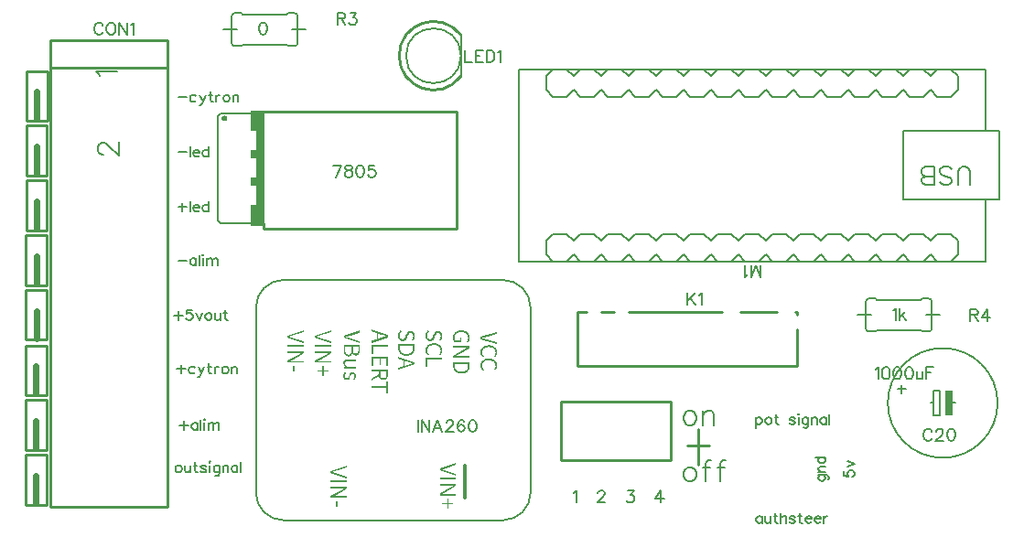
<source format=gto>
G04 Layer: TopSilkLayer*
G04 EasyEDA v6.4.20.6, 2021-08-10T12:41:07+02:00*
G04 b7c102a2acce44a19693fb55b2eed2e6,dded15cb907e4d9595cc142038e9c969,10*
G04 Gerber Generator version 0.2*
G04 Scale: 100 percent, Rotated: No, Reflected: No *
G04 Dimensions in millimeters *
G04 leading zeros omitted , absolute positions ,4 integer and 5 decimal *
%FSLAX45Y45*%
%MOMM*%

%ADD10C,0.2540*%
%ADD28C,0.1524*%
%ADD29C,0.1270*%
%ADD30C,0.2032*%
%ADD31C,0.6000*%
%ADD32C,0.3048*%
%ADD33C,0.1422*%

%LPD*%
G36*
X3858920Y-15579953D02*
G01*
X3710076Y-15627705D01*
X3710076Y-15647009D01*
X3858920Y-15694507D01*
X3858920Y-15677489D01*
X3734003Y-15639999D01*
X3727602Y-15637865D01*
X3727602Y-15637103D01*
X3740200Y-15633090D01*
X3776624Y-15622625D01*
X3858920Y-15597479D01*
G37*
G36*
X3710076Y-15715335D02*
G01*
X3710076Y-15732353D01*
X3858920Y-15732353D01*
X3858920Y-15715335D01*
G37*
G36*
X3710076Y-15773755D02*
G01*
X3710076Y-15789503D01*
X3797401Y-15789452D01*
X3808831Y-15789097D01*
X3836822Y-15787471D01*
X3836822Y-15788487D01*
X3806342Y-15804743D01*
X3710076Y-15860623D01*
X3710076Y-15878149D01*
X3858920Y-15878149D01*
X3858920Y-15862147D01*
X3772611Y-15862249D01*
X3760927Y-15862604D01*
X3731920Y-15864433D01*
X3731920Y-15863417D01*
X3762400Y-15847161D01*
X3858920Y-15791027D01*
X3858920Y-15773755D01*
G37*
G36*
X3760368Y-15908121D02*
G01*
X3760368Y-15959683D01*
X3773322Y-15959683D01*
X3773322Y-15908121D01*
G37*
G36*
X4868926Y-15556788D02*
G01*
X4720082Y-15604540D01*
X4720082Y-15623844D01*
X4868926Y-15671342D01*
X4868926Y-15654324D01*
X4743958Y-15616783D01*
X4737608Y-15614700D01*
X4737608Y-15613938D01*
X4750054Y-15609976D01*
X4780178Y-15601391D01*
X4868926Y-15574314D01*
G37*
G36*
X4720082Y-15692170D02*
G01*
X4720082Y-15709188D01*
X4868926Y-15709188D01*
X4868926Y-15692170D01*
G37*
G36*
X4720082Y-15750590D02*
G01*
X4720082Y-15766338D01*
X4807305Y-15766288D01*
X4818735Y-15765983D01*
X4846828Y-15764306D01*
X4846828Y-15765322D01*
X4816348Y-15781578D01*
X4720082Y-15837458D01*
X4720082Y-15854984D01*
X4868926Y-15854984D01*
X4868926Y-15838982D01*
X4782616Y-15839033D01*
X4759198Y-15840100D01*
X4741926Y-15841268D01*
X4741926Y-15840252D01*
X4772406Y-15823996D01*
X4868926Y-15767862D01*
X4868926Y-15750590D01*
G37*
G36*
X4788662Y-15883432D02*
G01*
X4788662Y-15924834D01*
X4743704Y-15924834D01*
X4743704Y-15938296D01*
X4788662Y-15938296D01*
X4788662Y-15979698D01*
X4800854Y-15979698D01*
X4800854Y-15938296D01*
X4845558Y-15938296D01*
X4845558Y-15924834D01*
X4800854Y-15924834D01*
X4800854Y-15883432D01*
G37*
G36*
X3460699Y-14327886D02*
G01*
X3312058Y-14375638D01*
X3312058Y-14394942D01*
X3460699Y-14442440D01*
X3460699Y-14425422D01*
X3342081Y-14389811D01*
X3329635Y-14385798D01*
X3329635Y-14385036D01*
X3342081Y-14381022D01*
X3372205Y-14372386D01*
X3460699Y-14345412D01*
G37*
G36*
X3312058Y-14463268D02*
G01*
X3312058Y-14480286D01*
X3460699Y-14480286D01*
X3460699Y-14463268D01*
G37*
G36*
X3312058Y-14521688D02*
G01*
X3312058Y-14537436D01*
X3399332Y-14537385D01*
X3410712Y-14536978D01*
X3438804Y-14535404D01*
X3438804Y-14536419D01*
X3408324Y-14552676D01*
X3312058Y-14608556D01*
X3312058Y-14626082D01*
X3460699Y-14626082D01*
X3460699Y-14610080D01*
X3374644Y-14610130D01*
X3362960Y-14610537D01*
X3333902Y-14612366D01*
X3333902Y-14611350D01*
X3364433Y-14595094D01*
X3460699Y-14538960D01*
X3460699Y-14521688D01*
G37*
G36*
X3362147Y-14656054D02*
G01*
X3362147Y-14707616D01*
X3375304Y-14707616D01*
X3375304Y-14656054D01*
G37*
G36*
X3714699Y-14327886D02*
G01*
X3566058Y-14375638D01*
X3566058Y-14394942D01*
X3714699Y-14442440D01*
X3714699Y-14425422D01*
X3596081Y-14389811D01*
X3583635Y-14385798D01*
X3583635Y-14385036D01*
X3596081Y-14381022D01*
X3626205Y-14372386D01*
X3714699Y-14345412D01*
G37*
G36*
X3566058Y-14463268D02*
G01*
X3566058Y-14480286D01*
X3714699Y-14480286D01*
X3714699Y-14463268D01*
G37*
G36*
X3566058Y-14521688D02*
G01*
X3566058Y-14537436D01*
X3653332Y-14537385D01*
X3664712Y-14536978D01*
X3692804Y-14535404D01*
X3692804Y-14536419D01*
X3662324Y-14552676D01*
X3566058Y-14608556D01*
X3566058Y-14626082D01*
X3714699Y-14626082D01*
X3714699Y-14610080D01*
X3628644Y-14610130D01*
X3616960Y-14610537D01*
X3587902Y-14612366D01*
X3587902Y-14611350D01*
X3618433Y-14595094D01*
X3714699Y-14538960D01*
X3714699Y-14521688D01*
G37*
G36*
X3634435Y-14654530D02*
G01*
X3634435Y-14695678D01*
X3589731Y-14695678D01*
X3589731Y-14709394D01*
X3634435Y-14709394D01*
X3634435Y-14750542D01*
X3646881Y-14750542D01*
X3646881Y-14709394D01*
X3691585Y-14709394D01*
X3691585Y-14695678D01*
X3646881Y-14695678D01*
X3646881Y-14654530D01*
G37*
G36*
X4356455Y-14323974D02*
G01*
X4351578Y-14329054D01*
X4347260Y-14334540D01*
X4343450Y-14340433D01*
X4340301Y-14346732D01*
X4337761Y-14353438D01*
X4335881Y-14360499D01*
X4334764Y-14367967D01*
X4334357Y-14375790D01*
X4334764Y-14383156D01*
X4335830Y-14390065D01*
X4337608Y-14396415D01*
X4339996Y-14402257D01*
X4342942Y-14407489D01*
X4346448Y-14412112D01*
X4350410Y-14416074D01*
X4354830Y-14419427D01*
X4359656Y-14422069D01*
X4364837Y-14423999D01*
X4370324Y-14425168D01*
X4376013Y-14425574D01*
X4383786Y-14424964D01*
X4390491Y-14423136D01*
X4396333Y-14420342D01*
X4401362Y-14416582D01*
X4405731Y-14412010D01*
X4409490Y-14406829D01*
X4412742Y-14401038D01*
X4415637Y-14394840D01*
X4426762Y-14368881D01*
X4428845Y-14364512D01*
X4431233Y-14360347D01*
X4433925Y-14356486D01*
X4437176Y-14353235D01*
X4440936Y-14350644D01*
X4445457Y-14348968D01*
X4450689Y-14348358D01*
X4455718Y-14348866D01*
X4460189Y-14350441D01*
X4464100Y-14352981D01*
X4467402Y-14356334D01*
X4470044Y-14360550D01*
X4471974Y-14365478D01*
X4473143Y-14371116D01*
X4473549Y-14377314D01*
X4473295Y-14382496D01*
X4472584Y-14387372D01*
X4471365Y-14391995D01*
X4469688Y-14396364D01*
X4467656Y-14400479D01*
X4465218Y-14404390D01*
X4462424Y-14408099D01*
X4459325Y-14411604D01*
X4469993Y-14420494D01*
X4473854Y-14416430D01*
X4477359Y-14411960D01*
X4480509Y-14407032D01*
X4483150Y-14401749D01*
X4485335Y-14396110D01*
X4486960Y-14390116D01*
X4487976Y-14383867D01*
X4488281Y-14377314D01*
X4487976Y-14370862D01*
X4487011Y-14364716D01*
X4485386Y-14358975D01*
X4483252Y-14353641D01*
X4480560Y-14348764D01*
X4477359Y-14344396D01*
X4473651Y-14340586D01*
X4469587Y-14337385D01*
X4465066Y-14334794D01*
X4460189Y-14332915D01*
X4454956Y-14331746D01*
X4449419Y-14331340D01*
X4441850Y-14332051D01*
X4435297Y-14334134D01*
X4429607Y-14337284D01*
X4424730Y-14341297D01*
X4420565Y-14345970D01*
X4417060Y-14351050D01*
X4414062Y-14356334D01*
X4411573Y-14361566D01*
X4399838Y-14388338D01*
X4397502Y-14393113D01*
X4394962Y-14397431D01*
X4392117Y-14401190D01*
X4388815Y-14404238D01*
X4384903Y-14406575D01*
X4380280Y-14408048D01*
X4374743Y-14408556D01*
X4369308Y-14407946D01*
X4364329Y-14406270D01*
X4359960Y-14403527D01*
X4356201Y-14399768D01*
X4353204Y-14395094D01*
X4350969Y-14389455D01*
X4349597Y-14383004D01*
X4349089Y-14375790D01*
X4349445Y-14369897D01*
X4350461Y-14364157D01*
X4352036Y-14358569D01*
X4354220Y-14353133D01*
X4356963Y-14347951D01*
X4360164Y-14343024D01*
X4363821Y-14338401D01*
X4367885Y-14334134D01*
G37*
G36*
X4336897Y-14455292D02*
G01*
X4336897Y-14472310D01*
X4471771Y-14472310D01*
X4471771Y-14490598D01*
X4471517Y-14497151D01*
X4470806Y-14503247D01*
X4469536Y-14508937D01*
X4467809Y-14514169D01*
X4465574Y-14518995D01*
X4462881Y-14523415D01*
X4459732Y-14527377D01*
X4456125Y-14530933D01*
X4452061Y-14534032D01*
X4447540Y-14536724D01*
X4442612Y-14539010D01*
X4437278Y-14540890D01*
X4431538Y-14542312D01*
X4425340Y-14543379D01*
X4418787Y-14543989D01*
X4411827Y-14544192D01*
X4404918Y-14543989D01*
X4398365Y-14543379D01*
X4392168Y-14542312D01*
X4386326Y-14540890D01*
X4380890Y-14539010D01*
X4375861Y-14536724D01*
X4371238Y-14534032D01*
X4367072Y-14530933D01*
X4363313Y-14527377D01*
X4360011Y-14523415D01*
X4357217Y-14518995D01*
X4354880Y-14514169D01*
X4353052Y-14508937D01*
X4351731Y-14503247D01*
X4350918Y-14497151D01*
X4350613Y-14490598D01*
X4350613Y-14472310D01*
X4336897Y-14472310D01*
X4336897Y-14492630D01*
X4337151Y-14499183D01*
X4337761Y-14505482D01*
X4338777Y-14511426D01*
X4340250Y-14517065D01*
X4342079Y-14522348D01*
X4344263Y-14527326D01*
X4346854Y-14531949D01*
X4349851Y-14536267D01*
X4353153Y-14540230D01*
X4356862Y-14543887D01*
X4360926Y-14547189D01*
X4365294Y-14550186D01*
X4370019Y-14552777D01*
X4375048Y-14555063D01*
X4380433Y-14557044D01*
X4386122Y-14558619D01*
X4392117Y-14559838D01*
X4398416Y-14560753D01*
X4404969Y-14561261D01*
X4411827Y-14561464D01*
X4418736Y-14561261D01*
X4425289Y-14560753D01*
X4431538Y-14559838D01*
X4437481Y-14558619D01*
X4443120Y-14556994D01*
X4448403Y-14555063D01*
X4453432Y-14552777D01*
X4458055Y-14550136D01*
X4462373Y-14547138D01*
X4466336Y-14543786D01*
X4469942Y-14540128D01*
X4473194Y-14536115D01*
X4476089Y-14531746D01*
X4478629Y-14527072D01*
X4480763Y-14522043D01*
X4482541Y-14516658D01*
X4483963Y-14510969D01*
X4484979Y-14504924D01*
X4485538Y-14498574D01*
X4485741Y-14491868D01*
X4485741Y-14455292D01*
G37*
G36*
X4336897Y-14572132D02*
G01*
X4336897Y-14589150D01*
X4383887Y-14604390D01*
X4383887Y-14608454D01*
X4397095Y-14608454D01*
X4446117Y-14624151D01*
X4471517Y-14631568D01*
X4471517Y-14632330D01*
X4439970Y-14641677D01*
X4397095Y-14655444D01*
X4397095Y-14608454D01*
X4383887Y-14608454D01*
X4383887Y-14659762D01*
X4336897Y-14674494D01*
X4336897Y-14692528D01*
X4485741Y-14641474D01*
X4485741Y-14622932D01*
G37*
G36*
X4610455Y-14323974D02*
G01*
X4605578Y-14329054D01*
X4601260Y-14334540D01*
X4597450Y-14340433D01*
X4594301Y-14346732D01*
X4591761Y-14353438D01*
X4589881Y-14360499D01*
X4588764Y-14367967D01*
X4588357Y-14375790D01*
X4588764Y-14383156D01*
X4589830Y-14390065D01*
X4591608Y-14396415D01*
X4593996Y-14402206D01*
X4596942Y-14407489D01*
X4600448Y-14412112D01*
X4604410Y-14416074D01*
X4608830Y-14419427D01*
X4613656Y-14422069D01*
X4618837Y-14423999D01*
X4624324Y-14425168D01*
X4630013Y-14425574D01*
X4637786Y-14424913D01*
X4644491Y-14423136D01*
X4650333Y-14420342D01*
X4655362Y-14416582D01*
X4659731Y-14412010D01*
X4663490Y-14406829D01*
X4666742Y-14401038D01*
X4669637Y-14394840D01*
X4680762Y-14368881D01*
X4682845Y-14364512D01*
X4685233Y-14360347D01*
X4687925Y-14356486D01*
X4691176Y-14353184D01*
X4694936Y-14350644D01*
X4699457Y-14348968D01*
X4704689Y-14348358D01*
X4709718Y-14348866D01*
X4714189Y-14350441D01*
X4718100Y-14352930D01*
X4721402Y-14356334D01*
X4724044Y-14360550D01*
X4725974Y-14365478D01*
X4727143Y-14371116D01*
X4727549Y-14377314D01*
X4727295Y-14382496D01*
X4726584Y-14387372D01*
X4725365Y-14391995D01*
X4723688Y-14396364D01*
X4721656Y-14400479D01*
X4719218Y-14404390D01*
X4716424Y-14408099D01*
X4713325Y-14411604D01*
X4723993Y-14420494D01*
X4727854Y-14416430D01*
X4731359Y-14411960D01*
X4734509Y-14407032D01*
X4737150Y-14401749D01*
X4739335Y-14396110D01*
X4740960Y-14390116D01*
X4741976Y-14383867D01*
X4742281Y-14377314D01*
X4741976Y-14370862D01*
X4741011Y-14364716D01*
X4739386Y-14358975D01*
X4737252Y-14353641D01*
X4734560Y-14348764D01*
X4731359Y-14344396D01*
X4727651Y-14340586D01*
X4723587Y-14337385D01*
X4719066Y-14334794D01*
X4714189Y-14332915D01*
X4708956Y-14331746D01*
X4703419Y-14331340D01*
X4695850Y-14332051D01*
X4689297Y-14334134D01*
X4683607Y-14337284D01*
X4678730Y-14341297D01*
X4674565Y-14345970D01*
X4671060Y-14351050D01*
X4668062Y-14356334D01*
X4665573Y-14361566D01*
X4653838Y-14388338D01*
X4651502Y-14393113D01*
X4648962Y-14397431D01*
X4646117Y-14401190D01*
X4642815Y-14404238D01*
X4638903Y-14406575D01*
X4634280Y-14408048D01*
X4628743Y-14408556D01*
X4623308Y-14407946D01*
X4618329Y-14406270D01*
X4613960Y-14403527D01*
X4610201Y-14399768D01*
X4607204Y-14395094D01*
X4604969Y-14389455D01*
X4603597Y-14383004D01*
X4603089Y-14375790D01*
X4603445Y-14369897D01*
X4604461Y-14364157D01*
X4606036Y-14358569D01*
X4608220Y-14353133D01*
X4610963Y-14347951D01*
X4614164Y-14343024D01*
X4617821Y-14338401D01*
X4621885Y-14334134D01*
G37*
G36*
X4665319Y-14446656D02*
G01*
X4658258Y-14446859D01*
X4651451Y-14447418D01*
X4644999Y-14448434D01*
X4638802Y-14449755D01*
X4632960Y-14451482D01*
X4627422Y-14453514D01*
X4622241Y-14455901D01*
X4617415Y-14458543D01*
X4612894Y-14461540D01*
X4608779Y-14464842D01*
X4604969Y-14468398D01*
X4601565Y-14472208D01*
X4598517Y-14476272D01*
X4595876Y-14480590D01*
X4593640Y-14485112D01*
X4591761Y-14489836D01*
X4590288Y-14494763D01*
X4589221Y-14499894D01*
X4588611Y-14505178D01*
X4588357Y-14510664D01*
X4588713Y-14517674D01*
X4589780Y-14524228D01*
X4591507Y-14530425D01*
X4593894Y-14536216D01*
X4596942Y-14541601D01*
X4600600Y-14546681D01*
X4604867Y-14551406D01*
X4609693Y-14555876D01*
X4620107Y-14546478D01*
X4616246Y-14542769D01*
X4612843Y-14538960D01*
X4609947Y-14534946D01*
X4607509Y-14530730D01*
X4605629Y-14526310D01*
X4604258Y-14521637D01*
X4603394Y-14516658D01*
X4603089Y-14511426D01*
X4603394Y-14506041D01*
X4604207Y-14500961D01*
X4605578Y-14496186D01*
X4607458Y-14491665D01*
X4609896Y-14487448D01*
X4612792Y-14483537D01*
X4616145Y-14479981D01*
X4619955Y-14476730D01*
X4624273Y-14473783D01*
X4628946Y-14471243D01*
X4634128Y-14469059D01*
X4639665Y-14467230D01*
X4645609Y-14465807D01*
X4651908Y-14464741D01*
X4658563Y-14464131D01*
X4665573Y-14463928D01*
X4672634Y-14464131D01*
X4679289Y-14464792D01*
X4685538Y-14465858D01*
X4691481Y-14467332D01*
X4696968Y-14469211D01*
X4702048Y-14471446D01*
X4706721Y-14474088D01*
X4710988Y-14477034D01*
X4714748Y-14480387D01*
X4718100Y-14483994D01*
X4720945Y-14487956D01*
X4723282Y-14492224D01*
X4725162Y-14496745D01*
X4726482Y-14501520D01*
X4727295Y-14506600D01*
X4727549Y-14511934D01*
X4726533Y-14521281D01*
X4723587Y-14529511D01*
X4719116Y-14536724D01*
X4713325Y-14542922D01*
X4724247Y-14552320D01*
X4727752Y-14548815D01*
X4731054Y-14544903D01*
X4734102Y-14540484D01*
X4736795Y-14535657D01*
X4739081Y-14530324D01*
X4740808Y-14524634D01*
X4741926Y-14518487D01*
X4742281Y-14511934D01*
X4742078Y-14506346D01*
X4741418Y-14500961D01*
X4740351Y-14495729D01*
X4738878Y-14490700D01*
X4736998Y-14485874D01*
X4734712Y-14481251D01*
X4732020Y-14476831D01*
X4728972Y-14472716D01*
X4725517Y-14468805D01*
X4721707Y-14465198D01*
X4717592Y-14461845D01*
X4713071Y-14458797D01*
X4708194Y-14456054D01*
X4703013Y-14453616D01*
X4697526Y-14451533D01*
X4691684Y-14449806D01*
X4685538Y-14448434D01*
X4679086Y-14447469D01*
X4672380Y-14446859D01*
G37*
G36*
X4590897Y-14584070D02*
G01*
X4590897Y-14666620D01*
X4605121Y-14666620D01*
X4605121Y-14601088D01*
X4739741Y-14601088D01*
X4739741Y-14584070D01*
G37*
G36*
X4919319Y-14326260D02*
G01*
X4912258Y-14326463D01*
X4905451Y-14327022D01*
X4898999Y-14328038D01*
X4892802Y-14329410D01*
X4886960Y-14331086D01*
X4881422Y-14333169D01*
X4876241Y-14335556D01*
X4871415Y-14338300D01*
X4866894Y-14341348D01*
X4862779Y-14344700D01*
X4858969Y-14348358D01*
X4855565Y-14352320D01*
X4852517Y-14356486D01*
X4849876Y-14360956D01*
X4847640Y-14365681D01*
X4845761Y-14370608D01*
X4844288Y-14375790D01*
X4843221Y-14381175D01*
X4842611Y-14386763D01*
X4842357Y-14392554D01*
X4842713Y-14399818D01*
X4843627Y-14406676D01*
X4845151Y-14413128D01*
X4847183Y-14419173D01*
X4849672Y-14424710D01*
X4852568Y-14429740D01*
X4855819Y-14434159D01*
X4859375Y-14438020D01*
X4921097Y-14438020D01*
X4921097Y-14390014D01*
X4907127Y-14390014D01*
X4907127Y-14422526D01*
X4866487Y-14422526D01*
X4862576Y-14417090D01*
X4859629Y-14410182D01*
X4857750Y-14402358D01*
X4857089Y-14394078D01*
X4857394Y-14388185D01*
X4858207Y-14382648D01*
X4859578Y-14377416D01*
X4861458Y-14372539D01*
X4863896Y-14368068D01*
X4866792Y-14363903D01*
X4870145Y-14360093D01*
X4873955Y-14356689D01*
X4878273Y-14353641D01*
X4882946Y-14351000D01*
X4888128Y-14348764D01*
X4893665Y-14346885D01*
X4899609Y-14345412D01*
X4905908Y-14344345D01*
X4912563Y-14343735D01*
X4919573Y-14343532D01*
X4926634Y-14343735D01*
X4933289Y-14344446D01*
X4939538Y-14345564D01*
X4945481Y-14347088D01*
X4950968Y-14349069D01*
X4956048Y-14351406D01*
X4960721Y-14354149D01*
X4964988Y-14357248D01*
X4968748Y-14360753D01*
X4972100Y-14364563D01*
X4974945Y-14368729D01*
X4977282Y-14373199D01*
X4979162Y-14377974D01*
X4980482Y-14383054D01*
X4981295Y-14388439D01*
X4981549Y-14394078D01*
X4980432Y-14404695D01*
X4977434Y-14413484D01*
X4972913Y-14420799D01*
X4967325Y-14426844D01*
X4978247Y-14436242D01*
X4981549Y-14432788D01*
X4984750Y-14428825D01*
X4987747Y-14424456D01*
X4990541Y-14419478D01*
X4992878Y-14413992D01*
X4994706Y-14407896D01*
X4995875Y-14401190D01*
X4996281Y-14393824D01*
X4996078Y-14387982D01*
X4995418Y-14382343D01*
X4994351Y-14376907D01*
X4992878Y-14371675D01*
X4990998Y-14366646D01*
X4988712Y-14361871D01*
X4986020Y-14357299D01*
X4982972Y-14353032D01*
X4979517Y-14349018D01*
X4975707Y-14345259D01*
X4971592Y-14341805D01*
X4967071Y-14338706D01*
X4962194Y-14335861D01*
X4957013Y-14333423D01*
X4951526Y-14331289D01*
X4945684Y-14329511D01*
X4939538Y-14328089D01*
X4933086Y-14327073D01*
X4926380Y-14326463D01*
G37*
G36*
X4844897Y-14474088D02*
G01*
X4844897Y-14489836D01*
X4932222Y-14489785D01*
X4943703Y-14489379D01*
X4971643Y-14487804D01*
X4971643Y-14488820D01*
X4941163Y-14505076D01*
X4844897Y-14560956D01*
X4844897Y-14578482D01*
X4993741Y-14578482D01*
X4993741Y-14562480D01*
X4907483Y-14562531D01*
X4884013Y-14563598D01*
X4866741Y-14564766D01*
X4866741Y-14563750D01*
X4897221Y-14547494D01*
X4993741Y-14491360D01*
X4993741Y-14474088D01*
G37*
G36*
X4844897Y-14619884D02*
G01*
X4844897Y-14636902D01*
X4979771Y-14636902D01*
X4979771Y-14655190D01*
X4979517Y-14661743D01*
X4978806Y-14667839D01*
X4977536Y-14673529D01*
X4975809Y-14678761D01*
X4973574Y-14683587D01*
X4970881Y-14688007D01*
X4967732Y-14691969D01*
X4964125Y-14695474D01*
X4960061Y-14698624D01*
X4955540Y-14701316D01*
X4950612Y-14703602D01*
X4945278Y-14705482D01*
X4939538Y-14706904D01*
X4933340Y-14707920D01*
X4926787Y-14708581D01*
X4919827Y-14708784D01*
X4912918Y-14708581D01*
X4906365Y-14707920D01*
X4900168Y-14706904D01*
X4894326Y-14705482D01*
X4888890Y-14703602D01*
X4883861Y-14701316D01*
X4879238Y-14698624D01*
X4875072Y-14695474D01*
X4871313Y-14691969D01*
X4868011Y-14688007D01*
X4865217Y-14683587D01*
X4862880Y-14678761D01*
X4861052Y-14673529D01*
X4859731Y-14667839D01*
X4858918Y-14661743D01*
X4858613Y-14655190D01*
X4858613Y-14636902D01*
X4844897Y-14636902D01*
X4844897Y-14657222D01*
X4845151Y-14663775D01*
X4845761Y-14670074D01*
X4846777Y-14676018D01*
X4848250Y-14681606D01*
X4850079Y-14686940D01*
X4852263Y-14691918D01*
X4854854Y-14696541D01*
X4857851Y-14700859D01*
X4861153Y-14704822D01*
X4864862Y-14708479D01*
X4868926Y-14711781D01*
X4873294Y-14714778D01*
X4878019Y-14717369D01*
X4883048Y-14719655D01*
X4888433Y-14721586D01*
X4894122Y-14723211D01*
X4900117Y-14724430D01*
X4906416Y-14725345D01*
X4912969Y-14725853D01*
X4919827Y-14726056D01*
X4926736Y-14725853D01*
X4933289Y-14725345D01*
X4939538Y-14724430D01*
X4945481Y-14723211D01*
X4951120Y-14721586D01*
X4956403Y-14719655D01*
X4961432Y-14717369D01*
X4966055Y-14714728D01*
X4970373Y-14711730D01*
X4974336Y-14708378D01*
X4977942Y-14704720D01*
X4981194Y-14700707D01*
X4984089Y-14696338D01*
X4986629Y-14691664D01*
X4988763Y-14686584D01*
X4990541Y-14681250D01*
X4991963Y-14675561D01*
X4992979Y-14669516D01*
X4993538Y-14663115D01*
X4993741Y-14656460D01*
X4993741Y-14619884D01*
G37*
G36*
X5247741Y-14340230D02*
G01*
X5098897Y-14387982D01*
X5098897Y-14407286D01*
X5247741Y-14454784D01*
X5247741Y-14437766D01*
X5122875Y-14400225D01*
X5116423Y-14398142D01*
X5116423Y-14397380D01*
X5129022Y-14393367D01*
X5165445Y-14382902D01*
X5247741Y-14357756D01*
G37*
G36*
X5173319Y-14464690D02*
G01*
X5166258Y-14464893D01*
X5159451Y-14465452D01*
X5152999Y-14466468D01*
X5146802Y-14467789D01*
X5140960Y-14469516D01*
X5135422Y-14471548D01*
X5130241Y-14473885D01*
X5125415Y-14476577D01*
X5120894Y-14479574D01*
X5116779Y-14482876D01*
X5112969Y-14486432D01*
X5109565Y-14490242D01*
X5106517Y-14494306D01*
X5103876Y-14498624D01*
X5101640Y-14503146D01*
X5099761Y-14507870D01*
X5098288Y-14512798D01*
X5097221Y-14517928D01*
X5096611Y-14523212D01*
X5096357Y-14528698D01*
X5096713Y-14535708D01*
X5097780Y-14542262D01*
X5099507Y-14548459D01*
X5101894Y-14554250D01*
X5104942Y-14559635D01*
X5108600Y-14564715D01*
X5112867Y-14569440D01*
X5117693Y-14573910D01*
X5128107Y-14564766D01*
X5124246Y-14560956D01*
X5120843Y-14557095D01*
X5117947Y-14553031D01*
X5115509Y-14548815D01*
X5113629Y-14544344D01*
X5112258Y-14539671D01*
X5111394Y-14534692D01*
X5111089Y-14529460D01*
X5111394Y-14524075D01*
X5112207Y-14518995D01*
X5113578Y-14514220D01*
X5115458Y-14509699D01*
X5117896Y-14505482D01*
X5120792Y-14501571D01*
X5124145Y-14498015D01*
X5127955Y-14494763D01*
X5132273Y-14491817D01*
X5136946Y-14489277D01*
X5142128Y-14487093D01*
X5147665Y-14485264D01*
X5153609Y-14483842D01*
X5159908Y-14482775D01*
X5166563Y-14482165D01*
X5173573Y-14481962D01*
X5180634Y-14482165D01*
X5187289Y-14482826D01*
X5193538Y-14483892D01*
X5199481Y-14485366D01*
X5204968Y-14487245D01*
X5210048Y-14489531D01*
X5214721Y-14492122D01*
X5218988Y-14495119D01*
X5222748Y-14498421D01*
X5226100Y-14502079D01*
X5228945Y-14506092D01*
X5231282Y-14510359D01*
X5233162Y-14514880D01*
X5234482Y-14519757D01*
X5235295Y-14524837D01*
X5235549Y-14530222D01*
X5234533Y-14539417D01*
X5231587Y-14547596D01*
X5227116Y-14554758D01*
X5221325Y-14560956D01*
X5232247Y-14570354D01*
X5235752Y-14566849D01*
X5239054Y-14562937D01*
X5242102Y-14558518D01*
X5244795Y-14553692D01*
X5247081Y-14548357D01*
X5248808Y-14542668D01*
X5249926Y-14536521D01*
X5250281Y-14529968D01*
X5250078Y-14524380D01*
X5249418Y-14518995D01*
X5248351Y-14513763D01*
X5246878Y-14508734D01*
X5244998Y-14503907D01*
X5242712Y-14499285D01*
X5240020Y-14494865D01*
X5236972Y-14490750D01*
X5233517Y-14486839D01*
X5229707Y-14483232D01*
X5225592Y-14479879D01*
X5221071Y-14476831D01*
X5216194Y-14474088D01*
X5211013Y-14471650D01*
X5205526Y-14469567D01*
X5199684Y-14467840D01*
X5193538Y-14466468D01*
X5187086Y-14465503D01*
X5180380Y-14464893D01*
G37*
G36*
X5173319Y-14587372D02*
G01*
X5166258Y-14587575D01*
X5159451Y-14588134D01*
X5152999Y-14589150D01*
X5146802Y-14590471D01*
X5140960Y-14592198D01*
X5135422Y-14594230D01*
X5130241Y-14596567D01*
X5125415Y-14599259D01*
X5120894Y-14602256D01*
X5116779Y-14605558D01*
X5112969Y-14609114D01*
X5109565Y-14612924D01*
X5106517Y-14616988D01*
X5103876Y-14621306D01*
X5101640Y-14625828D01*
X5099761Y-14630552D01*
X5098288Y-14635480D01*
X5097221Y-14640610D01*
X5096611Y-14645894D01*
X5096357Y-14651380D01*
X5096713Y-14658390D01*
X5097780Y-14664944D01*
X5099507Y-14671141D01*
X5101894Y-14676932D01*
X5104942Y-14682419D01*
X5108600Y-14687499D01*
X5112867Y-14692325D01*
X5117693Y-14696846D01*
X5128107Y-14687448D01*
X5124246Y-14683638D01*
X5120843Y-14679777D01*
X5117947Y-14675713D01*
X5115509Y-14671497D01*
X5113629Y-14667026D01*
X5112258Y-14662353D01*
X5111394Y-14657374D01*
X5111089Y-14652142D01*
X5111394Y-14646757D01*
X5112207Y-14641677D01*
X5113578Y-14636902D01*
X5115458Y-14632381D01*
X5117896Y-14628164D01*
X5120792Y-14624253D01*
X5124145Y-14620697D01*
X5127955Y-14617446D01*
X5132273Y-14614499D01*
X5136946Y-14611959D01*
X5142128Y-14609775D01*
X5147665Y-14607946D01*
X5153609Y-14606524D01*
X5159908Y-14605457D01*
X5166563Y-14604847D01*
X5173573Y-14604644D01*
X5180634Y-14604847D01*
X5187289Y-14605507D01*
X5193538Y-14606574D01*
X5199481Y-14608048D01*
X5204968Y-14609927D01*
X5210048Y-14612213D01*
X5214721Y-14614804D01*
X5218988Y-14617801D01*
X5222748Y-14621103D01*
X5226100Y-14624761D01*
X5228945Y-14628774D01*
X5231282Y-14633041D01*
X5233162Y-14637562D01*
X5234482Y-14642439D01*
X5235295Y-14647519D01*
X5235549Y-14652904D01*
X5234533Y-14662099D01*
X5231587Y-14670278D01*
X5227116Y-14677440D01*
X5221325Y-14683638D01*
X5232247Y-14693036D01*
X5235752Y-14689632D01*
X5239054Y-14685721D01*
X5242102Y-14681301D01*
X5244795Y-14676424D01*
X5247081Y-14671141D01*
X5248808Y-14665350D01*
X5249926Y-14659203D01*
X5250281Y-14652650D01*
X5250078Y-14647062D01*
X5249418Y-14641677D01*
X5248351Y-14636445D01*
X5246878Y-14631416D01*
X5244998Y-14626590D01*
X5242712Y-14621967D01*
X5240020Y-14617547D01*
X5236972Y-14613432D01*
X5233517Y-14609521D01*
X5229707Y-14605914D01*
X5225592Y-14602561D01*
X5221071Y-14599513D01*
X5216194Y-14596770D01*
X5211013Y-14594332D01*
X5205526Y-14592249D01*
X5199684Y-14590522D01*
X5193538Y-14589150D01*
X5187086Y-14588185D01*
X5180380Y-14587575D01*
G37*
G36*
X3979367Y-14329816D02*
G01*
X3830523Y-14377568D01*
X3830523Y-14396872D01*
X3979367Y-14444370D01*
X3979367Y-14427352D01*
X3878529Y-14397075D01*
X3860647Y-14391894D01*
X3848049Y-14387982D01*
X3848049Y-14386966D01*
X3860647Y-14383004D01*
X3890822Y-14374418D01*
X3979367Y-14347342D01*
G37*
G36*
X3830523Y-14465198D02*
G01*
X3830523Y-14482216D01*
X3965905Y-14482216D01*
X3965905Y-14505838D01*
X3965600Y-14514423D01*
X3964584Y-14521840D01*
X3962857Y-14528139D01*
X3960317Y-14533270D01*
X3956913Y-14537283D01*
X3952646Y-14540128D01*
X3947363Y-14541855D01*
X3941013Y-14542414D01*
X3935425Y-14541906D01*
X3930396Y-14540331D01*
X3926078Y-14537639D01*
X3922420Y-14533727D01*
X3919524Y-14528546D01*
X3917391Y-14522094D01*
X3916070Y-14514169D01*
X3915613Y-14504822D01*
X3915613Y-14482216D01*
X3902659Y-14482216D01*
X3902659Y-14508886D01*
X3902456Y-14515439D01*
X3901897Y-14521484D01*
X3900982Y-14527022D01*
X3899662Y-14532051D01*
X3897934Y-14536521D01*
X3895851Y-14540433D01*
X3893312Y-14543786D01*
X3890416Y-14546580D01*
X3887114Y-14548713D01*
X3883406Y-14550288D01*
X3879291Y-14551253D01*
X3874719Y-14551558D01*
X3869690Y-14551253D01*
X3865118Y-14550237D01*
X3861003Y-14548612D01*
X3857396Y-14546376D01*
X3854196Y-14543532D01*
X3851452Y-14540128D01*
X3849166Y-14536216D01*
X3847287Y-14531695D01*
X3845814Y-14526717D01*
X3844798Y-14521230D01*
X3844188Y-14515287D01*
X3843985Y-14508886D01*
X3843985Y-14482216D01*
X3830523Y-14482216D01*
X3830675Y-14517827D01*
X3831183Y-14523669D01*
X3832047Y-14529257D01*
X3833266Y-14534489D01*
X3834790Y-14539468D01*
X3836670Y-14544090D01*
X3838854Y-14548357D01*
X3841394Y-14552269D01*
X3844340Y-14555774D01*
X3847541Y-14558822D01*
X3851148Y-14561515D01*
X3855059Y-14563750D01*
X3859326Y-14565528D01*
X3863949Y-14566798D01*
X3868928Y-14567560D01*
X3874211Y-14567814D01*
X3881424Y-14567255D01*
X3887876Y-14565579D01*
X3893515Y-14562937D01*
X3898392Y-14559330D01*
X3902456Y-14554860D01*
X3905707Y-14549628D01*
X3908145Y-14543684D01*
X3909771Y-14537080D01*
X3910787Y-14537080D01*
X3912870Y-14542109D01*
X3915664Y-14546529D01*
X3919067Y-14550339D01*
X3923029Y-14553488D01*
X3927449Y-14555978D01*
X3932326Y-14557756D01*
X3937558Y-14558822D01*
X3943045Y-14559178D01*
X3949141Y-14558772D01*
X3954627Y-14557552D01*
X3959555Y-14555520D01*
X3963873Y-14552726D01*
X3967632Y-14549272D01*
X3970832Y-14545157D01*
X3973525Y-14540382D01*
X3975658Y-14534997D01*
X3977284Y-14529104D01*
X3978452Y-14522653D01*
X3979164Y-14515744D01*
X3979367Y-14508378D01*
X3979367Y-14465198D01*
G37*
G36*
X3870655Y-14594738D02*
G01*
X3863949Y-14594992D01*
X3857802Y-14595652D01*
X3852214Y-14596719D01*
X3847185Y-14598294D01*
X3842715Y-14600326D01*
X3838854Y-14602815D01*
X3835552Y-14605812D01*
X3832860Y-14609267D01*
X3830726Y-14613178D01*
X3829202Y-14617649D01*
X3828287Y-14622576D01*
X3827983Y-14628012D01*
X3828338Y-14633549D01*
X3829456Y-14638731D01*
X3831183Y-14643557D01*
X3833520Y-14648129D01*
X3836466Y-14652498D01*
X3839870Y-14656663D01*
X3843782Y-14660676D01*
X3848049Y-14664588D01*
X3848049Y-14665350D01*
X3830523Y-14666620D01*
X3830523Y-14680336D01*
X3940251Y-14680336D01*
X3940251Y-14663826D01*
X3861765Y-14663826D01*
X3857091Y-14659863D01*
X3853078Y-14656054D01*
X3849725Y-14652345D01*
X3847084Y-14648637D01*
X3845001Y-14644928D01*
X3843578Y-14641118D01*
X3842765Y-14637105D01*
X3842461Y-14632838D01*
X3842918Y-14627555D01*
X3844239Y-14623034D01*
X3846474Y-14619325D01*
X3849674Y-14616328D01*
X3853840Y-14614093D01*
X3859072Y-14612518D01*
X3865321Y-14611553D01*
X3872687Y-14611248D01*
X3940251Y-14611248D01*
X3940251Y-14594738D01*
G37*
G36*
X3842969Y-14705736D02*
G01*
X3839921Y-14709851D01*
X3837076Y-14714372D01*
X3834536Y-14719198D01*
X3832351Y-14724278D01*
X3830523Y-14729663D01*
X3829151Y-14735200D01*
X3828287Y-14740890D01*
X3827983Y-14746630D01*
X3828643Y-14755622D01*
X3830574Y-14763496D01*
X3833571Y-14770252D01*
X3837533Y-14775840D01*
X3842258Y-14780260D01*
X3847693Y-14783460D01*
X3853637Y-14785390D01*
X3859987Y-14786000D01*
X3867251Y-14785238D01*
X3873246Y-14782952D01*
X3878275Y-14779447D01*
X3882390Y-14775027D01*
X3885793Y-14769795D01*
X3888689Y-14764054D01*
X3897020Y-14742871D01*
X3901033Y-14734997D01*
X3906265Y-14729460D01*
X3913327Y-14727326D01*
X3919677Y-14728596D01*
X3925062Y-14732457D01*
X3928719Y-14739010D01*
X3930091Y-14748408D01*
X3929329Y-14755672D01*
X3927246Y-14762175D01*
X3924096Y-14768169D01*
X3920185Y-14773808D01*
X3931107Y-14781936D01*
X3935780Y-14775027D01*
X3939692Y-14767001D01*
X3942334Y-14758060D01*
X3943299Y-14748408D01*
X3942689Y-14740128D01*
X3940911Y-14732762D01*
X3938066Y-14726412D01*
X3934307Y-14721128D01*
X3929786Y-14716912D01*
X3924554Y-14713864D01*
X3918762Y-14711984D01*
X3912565Y-14711324D01*
X3906062Y-14712137D01*
X3900474Y-14714321D01*
X3895750Y-14717725D01*
X3891737Y-14722094D01*
X3888384Y-14727174D01*
X3885488Y-14732762D01*
X3882999Y-14738654D01*
X3879087Y-14749221D01*
X3877208Y-14753742D01*
X3875125Y-14758009D01*
X3872788Y-14761870D01*
X3870096Y-14765172D01*
X3866997Y-14767763D01*
X3863390Y-14769439D01*
X3859225Y-14769998D01*
X3852062Y-14768626D01*
X3846271Y-14764410D01*
X3842359Y-14757349D01*
X3840937Y-14747392D01*
X3841902Y-14737689D01*
X3844594Y-14729155D01*
X3848760Y-14721433D01*
X3854145Y-14714118D01*
G37*
G36*
X4090517Y-14320367D02*
G01*
X4090517Y-14337385D01*
X4137507Y-14352625D01*
X4137507Y-14356689D01*
X4150715Y-14356689D01*
X4193641Y-14370456D01*
X4225391Y-14379803D01*
X4225391Y-14380565D01*
X4199940Y-14387982D01*
X4150715Y-14403679D01*
X4150715Y-14356689D01*
X4137507Y-14356689D01*
X4137507Y-14407997D01*
X4090517Y-14422729D01*
X4090517Y-14440763D01*
X4239361Y-14389709D01*
X4239361Y-14371167D01*
G37*
G36*
X4090517Y-14462099D02*
G01*
X4090517Y-14544649D01*
X4104741Y-14544649D01*
X4104741Y-14479117D01*
X4239361Y-14479117D01*
X4239361Y-14462099D01*
G37*
G36*
X4090517Y-14571065D02*
G01*
X4090517Y-14658187D01*
X4104741Y-14658187D01*
X4104741Y-14588083D01*
X4161891Y-14588083D01*
X4161891Y-14645233D01*
X4176115Y-14645233D01*
X4176115Y-14588083D01*
X4225137Y-14588083D01*
X4225137Y-14655901D01*
X4239361Y-14655901D01*
X4239361Y-14571065D01*
G37*
G36*
X4090517Y-14689937D02*
G01*
X4090517Y-14706701D01*
X4225645Y-14706701D01*
X4225645Y-14732609D01*
X4225290Y-14741144D01*
X4224223Y-14748611D01*
X4222343Y-14755012D01*
X4219549Y-14760295D01*
X4215841Y-14764461D01*
X4211066Y-14767509D01*
X4205224Y-14769338D01*
X4198213Y-14769947D01*
X4191203Y-14769338D01*
X4185158Y-14767509D01*
X4180078Y-14764461D01*
X4175963Y-14760295D01*
X4172813Y-14755012D01*
X4170527Y-14748611D01*
X4169206Y-14741144D01*
X4168749Y-14732609D01*
X4168749Y-14706701D01*
X4154779Y-14706701D01*
X4154779Y-14734641D01*
X4090517Y-14771725D01*
X4090517Y-14790521D01*
X4156557Y-14752167D01*
X4157878Y-14757247D01*
X4159605Y-14762022D01*
X4161739Y-14766442D01*
X4164228Y-14770455D01*
X4167073Y-14774113D01*
X4170324Y-14777313D01*
X4173982Y-14780107D01*
X4178046Y-14782444D01*
X4182516Y-14784273D01*
X4187342Y-14785594D01*
X4192574Y-14786406D01*
X4198213Y-14786711D01*
X4205427Y-14786254D01*
X4211878Y-14784984D01*
X4217517Y-14782901D01*
X4222445Y-14780107D01*
X4226661Y-14776551D01*
X4230217Y-14772386D01*
X4233164Y-14767560D01*
X4235500Y-14762124D01*
X4237228Y-14756130D01*
X4238447Y-14749678D01*
X4239158Y-14742718D01*
X4239361Y-14735403D01*
X4239361Y-14689937D01*
G37*
G36*
X4225137Y-14799919D02*
G01*
X4225137Y-14845385D01*
X4090517Y-14845385D01*
X4090517Y-14862403D01*
X4225137Y-14862403D01*
X4225137Y-14907869D01*
X4239361Y-14907869D01*
X4239361Y-14799919D01*
G37*
D30*
X5956300Y-15830550D02*
G01*
X5966713Y-15825470D01*
X5982461Y-15809721D01*
X5982461Y-15919450D01*
X6183122Y-15835884D02*
G01*
X6183122Y-15830550D01*
X6188456Y-15820136D01*
X6193536Y-15815055D01*
X6203950Y-15809721D01*
X6225031Y-15809721D01*
X6235445Y-15815055D01*
X6240779Y-15820136D01*
X6245859Y-15830550D01*
X6245859Y-15841218D01*
X6240779Y-15851631D01*
X6230111Y-15867379D01*
X6178041Y-15919450D01*
X6251193Y-15919450D01*
X6457188Y-15809721D02*
G01*
X6514591Y-15809721D01*
X6483095Y-15851631D01*
X6498843Y-15851631D01*
X6509258Y-15856712D01*
X6514591Y-15862045D01*
X6519925Y-15877794D01*
X6519925Y-15888207D01*
X6514591Y-15903955D01*
X6504177Y-15914370D01*
X6488429Y-15919450D01*
X6472681Y-15919450D01*
X6457188Y-15914370D01*
X6451854Y-15909036D01*
X6446520Y-15898621D01*
X6767575Y-15809721D02*
G01*
X6715252Y-15882874D01*
X6793738Y-15882874D01*
X6767575Y-15809721D02*
G01*
X6767575Y-15919450D01*
X7018527Y-15074137D02*
G01*
X6999986Y-15083536D01*
X6981443Y-15101824D01*
X6972300Y-15129510D01*
X6972300Y-15148052D01*
X6981443Y-15175737D01*
X6999986Y-15194279D01*
X7018527Y-15203424D01*
X7046213Y-15203424D01*
X7064756Y-15194279D01*
X7083043Y-15175737D01*
X7092441Y-15148052D01*
X7092441Y-15129510D01*
X7083043Y-15101824D01*
X7064756Y-15083536D01*
X7046213Y-15074137D01*
X7018527Y-15074137D01*
X7153402Y-15074137D02*
G01*
X7153402Y-15203424D01*
X7153402Y-15111221D02*
G01*
X7181088Y-15083536D01*
X7199629Y-15074137D01*
X7227315Y-15074137D01*
X7245604Y-15083536D01*
X7255002Y-15111221D01*
X7255002Y-15203424D01*
X7018527Y-15594837D02*
G01*
X6999986Y-15604236D01*
X6981443Y-15622524D01*
X6972300Y-15650210D01*
X6972300Y-15668752D01*
X6981443Y-15696437D01*
X6999986Y-15714979D01*
X7018527Y-15724124D01*
X7046213Y-15724124D01*
X7064756Y-15714979D01*
X7083043Y-15696437D01*
X7092441Y-15668752D01*
X7092441Y-15650210D01*
X7083043Y-15622524D01*
X7064756Y-15604236D01*
X7046213Y-15594837D01*
X7018527Y-15594837D01*
X7227315Y-15530321D02*
G01*
X7208774Y-15530321D01*
X7190231Y-15539466D01*
X7181088Y-15567152D01*
X7181088Y-15724124D01*
X7153402Y-15594837D02*
G01*
X7217918Y-15594837D01*
X7362190Y-15530321D02*
G01*
X7343647Y-15530321D01*
X7325106Y-15539466D01*
X7315961Y-15567152D01*
X7315961Y-15724124D01*
X7288275Y-15594837D02*
G01*
X7352791Y-15594837D01*
X8458961Y-15629889D02*
G01*
X8458961Y-15675355D01*
X8499856Y-15679928D01*
X8495284Y-15675355D01*
X8490711Y-15661894D01*
X8490711Y-15648178D01*
X8495284Y-15634462D01*
X8504427Y-15625318D01*
X8517890Y-15620745D01*
X8527034Y-15620745D01*
X8540750Y-15625318D01*
X8549893Y-15634462D01*
X8554465Y-15648178D01*
X8554465Y-15661894D01*
X8549893Y-15675355D01*
X8545322Y-15679928D01*
X8536177Y-15684500D01*
X8490711Y-15590774D02*
G01*
X8554465Y-15563595D01*
X8490711Y-15536418D02*
G01*
X8554465Y-15563595D01*
X8224011Y-15667989D02*
G01*
X8296656Y-15667989D01*
X8310372Y-15672562D01*
X8314943Y-15677134D01*
X8319515Y-15686278D01*
X8319515Y-15699994D01*
X8314943Y-15708884D01*
X8237727Y-15667989D02*
G01*
X8228584Y-15677134D01*
X8224011Y-15686278D01*
X8224011Y-15699994D01*
X8228584Y-15708884D01*
X8237727Y-15718028D01*
X8251190Y-15722600D01*
X8260334Y-15722600D01*
X8274050Y-15718028D01*
X8283193Y-15708884D01*
X8287765Y-15699994D01*
X8287765Y-15686278D01*
X8283193Y-15677134D01*
X8274050Y-15667989D01*
X8224011Y-15638018D02*
G01*
X8287765Y-15638018D01*
X8242300Y-15638018D02*
G01*
X8228584Y-15624302D01*
X8224011Y-15615412D01*
X8224011Y-15601695D01*
X8228584Y-15592552D01*
X8242300Y-15587979D01*
X8287765Y-15587979D01*
X8192261Y-15503397D02*
G01*
X8287765Y-15503397D01*
X8237727Y-15503397D02*
G01*
X8228584Y-15512542D01*
X8224011Y-15521686D01*
X8224011Y-15535402D01*
X8228584Y-15544292D01*
X8237727Y-15553436D01*
X8251190Y-15558007D01*
X8260334Y-15558007D01*
X8274050Y-15553436D01*
X8283193Y-15544292D01*
X8287765Y-15535402D01*
X8287765Y-15521686D01*
X8283193Y-15512542D01*
X8274050Y-15503397D01*
X7645400Y-15132812D02*
G01*
X7645400Y-15228316D01*
X7645400Y-15146528D02*
G01*
X7654543Y-15137384D01*
X7663688Y-15132812D01*
X7677150Y-15132812D01*
X7686293Y-15137384D01*
X7695438Y-15146528D01*
X7700009Y-15159989D01*
X7700009Y-15169134D01*
X7695438Y-15182850D01*
X7686293Y-15191994D01*
X7677150Y-15196566D01*
X7663688Y-15196566D01*
X7654543Y-15191994D01*
X7645400Y-15182850D01*
X7752588Y-15132812D02*
G01*
X7743697Y-15137384D01*
X7734554Y-15146528D01*
X7729981Y-15159989D01*
X7729981Y-15169134D01*
X7734554Y-15182850D01*
X7743697Y-15191994D01*
X7752588Y-15196566D01*
X7766304Y-15196566D01*
X7775447Y-15191994D01*
X7784591Y-15182850D01*
X7788909Y-15169134D01*
X7788909Y-15159989D01*
X7784591Y-15146528D01*
X7775447Y-15137384D01*
X7766304Y-15132812D01*
X7752588Y-15132812D01*
X7832597Y-15101062D02*
G01*
X7832597Y-15178278D01*
X7837170Y-15191994D01*
X7846313Y-15196566D01*
X7855458Y-15196566D01*
X7819136Y-15132812D02*
G01*
X7850886Y-15132812D01*
X8005318Y-15146528D02*
G01*
X8000745Y-15137384D01*
X7987284Y-15132812D01*
X7973568Y-15132812D01*
X7959852Y-15137384D01*
X7955279Y-15146528D01*
X7959852Y-15155418D01*
X7968995Y-15159989D01*
X7991856Y-15164562D01*
X8000745Y-15169134D01*
X8005318Y-15178278D01*
X8005318Y-15182850D01*
X8000745Y-15191994D01*
X7987284Y-15196566D01*
X7973568Y-15196566D01*
X7959852Y-15191994D01*
X7955279Y-15182850D01*
X8035290Y-15101062D02*
G01*
X8039861Y-15105634D01*
X8044434Y-15101062D01*
X8039861Y-15096489D01*
X8035290Y-15101062D01*
X8039861Y-15132812D02*
G01*
X8039861Y-15196566D01*
X8129015Y-15132812D02*
G01*
X8129015Y-15205455D01*
X8124443Y-15219171D01*
X8119872Y-15223744D01*
X8110727Y-15228316D01*
X8097265Y-15228316D01*
X8088122Y-15223744D01*
X8129015Y-15146528D02*
G01*
X8119872Y-15137384D01*
X8110727Y-15132812D01*
X8097265Y-15132812D01*
X8088122Y-15137384D01*
X8078977Y-15146528D01*
X8074406Y-15159989D01*
X8074406Y-15169134D01*
X8078977Y-15182850D01*
X8088122Y-15191994D01*
X8097265Y-15196566D01*
X8110727Y-15196566D01*
X8119872Y-15191994D01*
X8129015Y-15182850D01*
X8158988Y-15132812D02*
G01*
X8158988Y-15196566D01*
X8158988Y-15151100D02*
G01*
X8172704Y-15137384D01*
X8181847Y-15132812D01*
X8195309Y-15132812D01*
X8204454Y-15137384D01*
X8209025Y-15151100D01*
X8209025Y-15196566D01*
X8293608Y-15132812D02*
G01*
X8293608Y-15196566D01*
X8293608Y-15146528D02*
G01*
X8284463Y-15137384D01*
X8275320Y-15132812D01*
X8261858Y-15132812D01*
X8252713Y-15137384D01*
X8243570Y-15146528D01*
X8238997Y-15159989D01*
X8238997Y-15169134D01*
X8243570Y-15182850D01*
X8252713Y-15191994D01*
X8261858Y-15196566D01*
X8275320Y-15196566D01*
X8284463Y-15191994D01*
X8293608Y-15182850D01*
X8323579Y-15101062D02*
G01*
X8323579Y-15196566D01*
X2298700Y-12678918D02*
G01*
X2380488Y-12678918D01*
X2410459Y-12624562D02*
G01*
X2410459Y-12720065D01*
X2440431Y-12683489D02*
G01*
X2495041Y-12683489D01*
X2495041Y-12674600D01*
X2490470Y-12665455D01*
X2485897Y-12660884D01*
X2477008Y-12656312D01*
X2463291Y-12656312D01*
X2454147Y-12660884D01*
X2445004Y-12670028D01*
X2440431Y-12683489D01*
X2440431Y-12692634D01*
X2445004Y-12706350D01*
X2454147Y-12715494D01*
X2463291Y-12720065D01*
X2477008Y-12720065D01*
X2485897Y-12715494D01*
X2495041Y-12706350D01*
X2579624Y-12624562D02*
G01*
X2579624Y-12720065D01*
X2579624Y-12670028D02*
G01*
X2570479Y-12660884D01*
X2561336Y-12656312D01*
X2547874Y-12656312D01*
X2538729Y-12660884D01*
X2529586Y-12670028D01*
X2525013Y-12683489D01*
X2525013Y-12692634D01*
X2529586Y-12706350D01*
X2538729Y-12715494D01*
X2547874Y-12720065D01*
X2561336Y-12720065D01*
X2570479Y-12715494D01*
X2579624Y-12706350D01*
X2298700Y-12170918D02*
G01*
X2380488Y-12170918D01*
X2465070Y-12162028D02*
G01*
X2455925Y-12152884D01*
X2446781Y-12148312D01*
X2433320Y-12148312D01*
X2424175Y-12152884D01*
X2415031Y-12162028D01*
X2410459Y-12175489D01*
X2410459Y-12184634D01*
X2415031Y-12198350D01*
X2424175Y-12207494D01*
X2433320Y-12212065D01*
X2446781Y-12212065D01*
X2455925Y-12207494D01*
X2465070Y-12198350D01*
X2499613Y-12148312D02*
G01*
X2526791Y-12212065D01*
X2554224Y-12148312D02*
G01*
X2526791Y-12212065D01*
X2517902Y-12230100D01*
X2508758Y-12239244D01*
X2499613Y-12243815D01*
X2495041Y-12243815D01*
X2597911Y-12116562D02*
G01*
X2597911Y-12193778D01*
X2602229Y-12207494D01*
X2611374Y-12212065D01*
X2620518Y-12212065D01*
X2584195Y-12148312D02*
G01*
X2615945Y-12148312D01*
X2650490Y-12148312D02*
G01*
X2650490Y-12212065D01*
X2650490Y-12175489D02*
G01*
X2655061Y-12162028D01*
X2664206Y-12152884D01*
X2673350Y-12148312D01*
X2686811Y-12148312D01*
X2739643Y-12148312D02*
G01*
X2730500Y-12152884D01*
X2721356Y-12162028D01*
X2716784Y-12175489D01*
X2716784Y-12184634D01*
X2721356Y-12198350D01*
X2730500Y-12207494D01*
X2739643Y-12212065D01*
X2753359Y-12212065D01*
X2762250Y-12207494D01*
X2771393Y-12198350D01*
X2775965Y-12184634D01*
X2775965Y-12175489D01*
X2771393Y-12162028D01*
X2762250Y-12152884D01*
X2753359Y-12148312D01*
X2739643Y-12148312D01*
X2805938Y-12148312D02*
G01*
X2805938Y-12212065D01*
X2805938Y-12166600D02*
G01*
X2819654Y-12152884D01*
X2828797Y-12148312D01*
X2842259Y-12148312D01*
X2851404Y-12152884D01*
X2855975Y-12166600D01*
X2855975Y-12212065D01*
X7700009Y-16047212D02*
G01*
X7700009Y-16110966D01*
X7700009Y-16060928D02*
G01*
X7690865Y-16051784D01*
X7681722Y-16047212D01*
X7668006Y-16047212D01*
X7659115Y-16051784D01*
X7649972Y-16060928D01*
X7645400Y-16074389D01*
X7645400Y-16083534D01*
X7649972Y-16097250D01*
X7659115Y-16106394D01*
X7668006Y-16110966D01*
X7681722Y-16110966D01*
X7690865Y-16106394D01*
X7700009Y-16097250D01*
X7729981Y-16047212D02*
G01*
X7729981Y-16092678D01*
X7734554Y-16106394D01*
X7743697Y-16110966D01*
X7757159Y-16110966D01*
X7766304Y-16106394D01*
X7780020Y-16092678D01*
X7780020Y-16047212D02*
G01*
X7780020Y-16110966D01*
X7823708Y-16015462D02*
G01*
X7823708Y-16092678D01*
X7828025Y-16106394D01*
X7837170Y-16110966D01*
X7846313Y-16110966D01*
X7809991Y-16047212D02*
G01*
X7841741Y-16047212D01*
X7876286Y-16015462D02*
G01*
X7876286Y-16110966D01*
X7876286Y-16065500D02*
G01*
X7890002Y-16051784D01*
X7899145Y-16047212D01*
X7912608Y-16047212D01*
X7921752Y-16051784D01*
X7926324Y-16065500D01*
X7926324Y-16110966D01*
X8006334Y-16060928D02*
G01*
X8001761Y-16051784D01*
X7988045Y-16047212D01*
X7974584Y-16047212D01*
X7960868Y-16051784D01*
X7956295Y-16060928D01*
X7960868Y-16069818D01*
X7970011Y-16074389D01*
X7992618Y-16078962D01*
X8001761Y-16083534D01*
X8006334Y-16092678D01*
X8006334Y-16097250D01*
X8001761Y-16106394D01*
X7988045Y-16110966D01*
X7974584Y-16110966D01*
X7960868Y-16106394D01*
X7956295Y-16097250D01*
X8050022Y-16015462D02*
G01*
X8050022Y-16092678D01*
X8054593Y-16106394D01*
X8063484Y-16110966D01*
X8072627Y-16110966D01*
X8036306Y-16047212D02*
G01*
X8068056Y-16047212D01*
X8102600Y-16074389D02*
G01*
X8157209Y-16074389D01*
X8157209Y-16065500D01*
X8152638Y-16056355D01*
X8148065Y-16051784D01*
X8138922Y-16047212D01*
X8125459Y-16047212D01*
X8116315Y-16051784D01*
X8107172Y-16060928D01*
X8102600Y-16074389D01*
X8102600Y-16083534D01*
X8107172Y-16097250D01*
X8116315Y-16106394D01*
X8125459Y-16110966D01*
X8138922Y-16110966D01*
X8148065Y-16106394D01*
X8157209Y-16097250D01*
X8187181Y-16074389D02*
G01*
X8241791Y-16074389D01*
X8241791Y-16065500D01*
X8237220Y-16056355D01*
X8232647Y-16051784D01*
X8223504Y-16047212D01*
X8210041Y-16047212D01*
X8200897Y-16051784D01*
X8191754Y-16060928D01*
X8187181Y-16074389D01*
X8187181Y-16083534D01*
X8191754Y-16097250D01*
X8200897Y-16106394D01*
X8210041Y-16110966D01*
X8223504Y-16110966D01*
X8232647Y-16106394D01*
X8241791Y-16097250D01*
X8271763Y-16047212D02*
G01*
X8271763Y-16110966D01*
X8271763Y-16074389D02*
G01*
X8276336Y-16060928D01*
X8285479Y-16051784D01*
X8294370Y-16047212D01*
X8308086Y-16047212D01*
D28*
X8750300Y-14688312D02*
G01*
X8760713Y-14682978D01*
X8776208Y-14667484D01*
X8776208Y-14776450D01*
X8841740Y-14667484D02*
G01*
X8826245Y-14672563D01*
X8815831Y-14688312D01*
X8810497Y-14714220D01*
X8810497Y-14729713D01*
X8815831Y-14755876D01*
X8826245Y-14771370D01*
X8841740Y-14776450D01*
X8852154Y-14776450D01*
X8867647Y-14771370D01*
X8878061Y-14755876D01*
X8883395Y-14729713D01*
X8883395Y-14714220D01*
X8878061Y-14688312D01*
X8867647Y-14672563D01*
X8852154Y-14667484D01*
X8841740Y-14667484D01*
X8948674Y-14667484D02*
G01*
X8933179Y-14672563D01*
X8922765Y-14688312D01*
X8917686Y-14714220D01*
X8917686Y-14729713D01*
X8922765Y-14755876D01*
X8933179Y-14771370D01*
X8948674Y-14776450D01*
X8959088Y-14776450D01*
X8974836Y-14771370D01*
X8985250Y-14755876D01*
X8990329Y-14729713D01*
X8990329Y-14714220D01*
X8985250Y-14688312D01*
X8974836Y-14672563D01*
X8959088Y-14667484D01*
X8948674Y-14667484D01*
X9055861Y-14667484D02*
G01*
X9040113Y-14672563D01*
X9029700Y-14688312D01*
X9024620Y-14714220D01*
X9024620Y-14729713D01*
X9029700Y-14755876D01*
X9040113Y-14771370D01*
X9055861Y-14776450D01*
X9066275Y-14776450D01*
X9081770Y-14771370D01*
X9092184Y-14755876D01*
X9097263Y-14729713D01*
X9097263Y-14714220D01*
X9092184Y-14688312D01*
X9081770Y-14672563D01*
X9066275Y-14667484D01*
X9055861Y-14667484D01*
X9131554Y-14703805D02*
G01*
X9131554Y-14755876D01*
X9136888Y-14771370D01*
X9147302Y-14776450D01*
X9162795Y-14776450D01*
X9173209Y-14771370D01*
X9188704Y-14755876D01*
X9188704Y-14703805D02*
G01*
X9188704Y-14776450D01*
X9222993Y-14667484D02*
G01*
X9222993Y-14776450D01*
X9222993Y-14667484D02*
G01*
X9290558Y-14667484D01*
X9222993Y-14719300D02*
G01*
X9264650Y-14719300D01*
X9272777Y-15264892D02*
G01*
X9267443Y-15254478D01*
X9257029Y-15244063D01*
X9246870Y-15238984D01*
X9226041Y-15238984D01*
X9215627Y-15244063D01*
X9205213Y-15254478D01*
X9199879Y-15264892D01*
X9194800Y-15280639D01*
X9194800Y-15306547D01*
X9199879Y-15322042D01*
X9205213Y-15332455D01*
X9215627Y-15342870D01*
X9226041Y-15347950D01*
X9246870Y-15347950D01*
X9257029Y-15342870D01*
X9267443Y-15332455D01*
X9272777Y-15322042D01*
X9312147Y-15264892D02*
G01*
X9312147Y-15259812D01*
X9317481Y-15249397D01*
X9322561Y-15244063D01*
X9332975Y-15238984D01*
X9353804Y-15238984D01*
X9364218Y-15244063D01*
X9369297Y-15249397D01*
X9374631Y-15259812D01*
X9374631Y-15270226D01*
X9369297Y-15280639D01*
X9358884Y-15296134D01*
X9307068Y-15347950D01*
X9379711Y-15347950D01*
X9445243Y-15238984D02*
G01*
X9429750Y-15244063D01*
X9419336Y-15259812D01*
X9414002Y-15285720D01*
X9414002Y-15301213D01*
X9419336Y-15327376D01*
X9429750Y-15342870D01*
X9445243Y-15347950D01*
X9455658Y-15347950D01*
X9471152Y-15342870D01*
X9481565Y-15327376D01*
X9486900Y-15301213D01*
X9486900Y-15285720D01*
X9481565Y-15259812D01*
X9471152Y-15244063D01*
X9455658Y-15238984D01*
X9445243Y-15238984D01*
X8915400Y-14142212D02*
G01*
X8925813Y-14136878D01*
X8941308Y-14121384D01*
X8941308Y-14230350D01*
X8975597Y-14121384D02*
G01*
X8975597Y-14230350D01*
X9027668Y-14157705D02*
G01*
X8975597Y-14209776D01*
X8996425Y-14188947D02*
G01*
X9032747Y-14230350D01*
X9626600Y-14134084D02*
G01*
X9626600Y-14243050D01*
X9626600Y-14134084D02*
G01*
X9673336Y-14134084D01*
X9688829Y-14139163D01*
X9694163Y-14144497D01*
X9699243Y-14154912D01*
X9699243Y-14165326D01*
X9694163Y-14175739D01*
X9688829Y-14180820D01*
X9673336Y-14185900D01*
X9626600Y-14185900D01*
X9662922Y-14185900D02*
G01*
X9699243Y-14243050D01*
X9785604Y-14134084D02*
G01*
X9733534Y-14206728D01*
X9811511Y-14206728D01*
X9785604Y-14134084D02*
G01*
X9785604Y-14243050D01*
X7010400Y-13981684D02*
G01*
X7010400Y-14090650D01*
X7083043Y-13981684D02*
G01*
X7010400Y-14054328D01*
X7036308Y-14028420D02*
G01*
X7083043Y-14090650D01*
X7117334Y-14002512D02*
G01*
X7127747Y-13997178D01*
X7143495Y-13981684D01*
X7143495Y-14090650D01*
X4953000Y-11733784D02*
G01*
X4953000Y-11842750D01*
X4953000Y-11842750D02*
G01*
X5015229Y-11842750D01*
X5049520Y-11733784D02*
G01*
X5049520Y-11842750D01*
X5049520Y-11733784D02*
G01*
X5117084Y-11733784D01*
X5049520Y-11785600D02*
G01*
X5091175Y-11785600D01*
X5049520Y-11842750D02*
G01*
X5117084Y-11842750D01*
X5151374Y-11733784D02*
G01*
X5151374Y-11842750D01*
X5151374Y-11733784D02*
G01*
X5187950Y-11733784D01*
X5203443Y-11738863D01*
X5213858Y-11749278D01*
X5218938Y-11759692D01*
X5224272Y-11775439D01*
X5224272Y-11801347D01*
X5218938Y-11816842D01*
X5213858Y-11827255D01*
X5203443Y-11837670D01*
X5187950Y-11842750D01*
X5151374Y-11842750D01*
X5258561Y-11754612D02*
G01*
X5268975Y-11749278D01*
X5284470Y-11733784D01*
X5284470Y-11842750D01*
X1601978Y-11505692D02*
G01*
X1596644Y-11495278D01*
X1586229Y-11484863D01*
X1576070Y-11479784D01*
X1555242Y-11479784D01*
X1544828Y-11484863D01*
X1534413Y-11495278D01*
X1529079Y-11505692D01*
X1524000Y-11521439D01*
X1524000Y-11547347D01*
X1529079Y-11562842D01*
X1534413Y-11573255D01*
X1544828Y-11583670D01*
X1555242Y-11588750D01*
X1576070Y-11588750D01*
X1586229Y-11583670D01*
X1596644Y-11573255D01*
X1601978Y-11562842D01*
X1667510Y-11479784D02*
G01*
X1657095Y-11484863D01*
X1646681Y-11495278D01*
X1641347Y-11505692D01*
X1636268Y-11521439D01*
X1636268Y-11547347D01*
X1641347Y-11562842D01*
X1646681Y-11573255D01*
X1657095Y-11583670D01*
X1667510Y-11588750D01*
X1688084Y-11588750D01*
X1698497Y-11583670D01*
X1708912Y-11573255D01*
X1714245Y-11562842D01*
X1719326Y-11547347D01*
X1719326Y-11521439D01*
X1714245Y-11505692D01*
X1708912Y-11495278D01*
X1698497Y-11484863D01*
X1688084Y-11479784D01*
X1667510Y-11479784D01*
X1753615Y-11479784D02*
G01*
X1753615Y-11588750D01*
X1753615Y-11479784D02*
G01*
X1826260Y-11588750D01*
X1826260Y-11479784D02*
G01*
X1826260Y-11588750D01*
X1860550Y-11500612D02*
G01*
X1870963Y-11495278D01*
X1886712Y-11479784D01*
X1886712Y-11588750D01*
D30*
X2301493Y-14149324D02*
G01*
X2301493Y-14231366D01*
X2260600Y-14190218D02*
G01*
X2342388Y-14190218D01*
X2426970Y-14135862D02*
G01*
X2381504Y-14135862D01*
X2376931Y-14176755D01*
X2381504Y-14172184D01*
X2395220Y-14167612D01*
X2408681Y-14167612D01*
X2422397Y-14172184D01*
X2431541Y-14181328D01*
X2436113Y-14194789D01*
X2436113Y-14203934D01*
X2431541Y-14217650D01*
X2422397Y-14226794D01*
X2408681Y-14231366D01*
X2395220Y-14231366D01*
X2381504Y-14226794D01*
X2376931Y-14222221D01*
X2372359Y-14213078D01*
X2466086Y-14167612D02*
G01*
X2493263Y-14231366D01*
X2520695Y-14167612D02*
G01*
X2493263Y-14231366D01*
X2573274Y-14167612D02*
G01*
X2564129Y-14172184D01*
X2555240Y-14181328D01*
X2550668Y-14194789D01*
X2550668Y-14203934D01*
X2555240Y-14217650D01*
X2564129Y-14226794D01*
X2573274Y-14231366D01*
X2586990Y-14231366D01*
X2596134Y-14226794D01*
X2605024Y-14217650D01*
X2609595Y-14203934D01*
X2609595Y-14194789D01*
X2605024Y-14181328D01*
X2596134Y-14172184D01*
X2586990Y-14167612D01*
X2573274Y-14167612D01*
X2639568Y-14167612D02*
G01*
X2639568Y-14213078D01*
X2644140Y-14226794D01*
X2653284Y-14231366D01*
X2667000Y-14231366D01*
X2676143Y-14226794D01*
X2689606Y-14213078D01*
X2689606Y-14167612D02*
G01*
X2689606Y-14231366D01*
X2733293Y-14135862D02*
G01*
X2733293Y-14213078D01*
X2737865Y-14226794D01*
X2747009Y-14231366D01*
X2756154Y-14231366D01*
X2719577Y-14167612D02*
G01*
X2751581Y-14167612D01*
X2298700Y-13682218D02*
G01*
X2380488Y-13682218D01*
X2465070Y-13659612D02*
G01*
X2465070Y-13723366D01*
X2465070Y-13673328D02*
G01*
X2455925Y-13664184D01*
X2446781Y-13659612D01*
X2433320Y-13659612D01*
X2424175Y-13664184D01*
X2415031Y-13673328D01*
X2410459Y-13686789D01*
X2410459Y-13695934D01*
X2415031Y-13709650D01*
X2424175Y-13718794D01*
X2433320Y-13723366D01*
X2446781Y-13723366D01*
X2455925Y-13718794D01*
X2465070Y-13709650D01*
X2495041Y-13627862D02*
G01*
X2495041Y-13723366D01*
X2525013Y-13627862D02*
G01*
X2529586Y-13632434D01*
X2534158Y-13627862D01*
X2529586Y-13623289D01*
X2525013Y-13627862D01*
X2529586Y-13659612D02*
G01*
X2529586Y-13723366D01*
X2564129Y-13659612D02*
G01*
X2564129Y-13723366D01*
X2564129Y-13677900D02*
G01*
X2577845Y-13664184D01*
X2586990Y-13659612D01*
X2600452Y-13659612D01*
X2609595Y-13664184D01*
X2614168Y-13677900D01*
X2614168Y-13723366D01*
X2614168Y-13677900D02*
G01*
X2627884Y-13664184D01*
X2636774Y-13659612D01*
X2650490Y-13659612D01*
X2659634Y-13664184D01*
X2664206Y-13677900D01*
X2664206Y-13723366D01*
X2339593Y-13146024D02*
G01*
X2339593Y-13228066D01*
X2298700Y-13186918D02*
G01*
X2380488Y-13186918D01*
X2410459Y-13132562D02*
G01*
X2410459Y-13228066D01*
X2440431Y-13191489D02*
G01*
X2495041Y-13191489D01*
X2495041Y-13182600D01*
X2490470Y-13173455D01*
X2485897Y-13168884D01*
X2477008Y-13164312D01*
X2463291Y-13164312D01*
X2454147Y-13168884D01*
X2445004Y-13178028D01*
X2440431Y-13191489D01*
X2440431Y-13200634D01*
X2445004Y-13214350D01*
X2454147Y-13223494D01*
X2463291Y-13228066D01*
X2477008Y-13228066D01*
X2485897Y-13223494D01*
X2495041Y-13214350D01*
X2579624Y-13132562D02*
G01*
X2579624Y-13228066D01*
X2579624Y-13178028D02*
G01*
X2570479Y-13168884D01*
X2561336Y-13164312D01*
X2547874Y-13164312D01*
X2538729Y-13168884D01*
X2529586Y-13178028D01*
X2525013Y-13191489D01*
X2525013Y-13200634D01*
X2529586Y-13214350D01*
X2538729Y-13223494D01*
X2547874Y-13228066D01*
X2561336Y-13228066D01*
X2570479Y-13223494D01*
X2579624Y-13214350D01*
X1604771Y-12703555D02*
G01*
X1595628Y-12703555D01*
X1577086Y-12694158D01*
X1567942Y-12685013D01*
X1558797Y-12666471D01*
X1558797Y-12629642D01*
X1567942Y-12611100D01*
X1577086Y-12601955D01*
X1595628Y-12592558D01*
X1614170Y-12592558D01*
X1632712Y-12601955D01*
X1660397Y-12620244D01*
X1752600Y-12712700D01*
X1752600Y-12583413D01*
X1577086Y-11976100D02*
G01*
X1567942Y-11957558D01*
X1540255Y-11929871D01*
X1734057Y-11929871D01*
X2326893Y-14644624D02*
G01*
X2326893Y-14726666D01*
X2286000Y-14685518D02*
G01*
X2367788Y-14685518D01*
X2452370Y-14676628D02*
G01*
X2443225Y-14667484D01*
X2434081Y-14662912D01*
X2420620Y-14662912D01*
X2411475Y-14667484D01*
X2402331Y-14676628D01*
X2397759Y-14690089D01*
X2397759Y-14699234D01*
X2402331Y-14712950D01*
X2411475Y-14722094D01*
X2420620Y-14726666D01*
X2434081Y-14726666D01*
X2443225Y-14722094D01*
X2452370Y-14712950D01*
X2486913Y-14662912D02*
G01*
X2514091Y-14726666D01*
X2541524Y-14662912D02*
G01*
X2514091Y-14726666D01*
X2505202Y-14744700D01*
X2496058Y-14753844D01*
X2486913Y-14758416D01*
X2482341Y-14758416D01*
X2585211Y-14631162D02*
G01*
X2585211Y-14708378D01*
X2589529Y-14722094D01*
X2598674Y-14726666D01*
X2607818Y-14726666D01*
X2571495Y-14662912D02*
G01*
X2603245Y-14662912D01*
X2637790Y-14662912D02*
G01*
X2637790Y-14726666D01*
X2637790Y-14690089D02*
G01*
X2642361Y-14676628D01*
X2651506Y-14667484D01*
X2660650Y-14662912D01*
X2674111Y-14662912D01*
X2726943Y-14662912D02*
G01*
X2717800Y-14667484D01*
X2708656Y-14676628D01*
X2704084Y-14690089D01*
X2704084Y-14699234D01*
X2708656Y-14712950D01*
X2717800Y-14722094D01*
X2726943Y-14726666D01*
X2740659Y-14726666D01*
X2749550Y-14722094D01*
X2758693Y-14712950D01*
X2763265Y-14699234D01*
X2763265Y-14690089D01*
X2758693Y-14676628D01*
X2749550Y-14667484D01*
X2740659Y-14662912D01*
X2726943Y-14662912D01*
X2793238Y-14662912D02*
G01*
X2793238Y-14726666D01*
X2793238Y-14681200D02*
G01*
X2806954Y-14667484D01*
X2816097Y-14662912D01*
X2829559Y-14662912D01*
X2838704Y-14667484D01*
X2843275Y-14681200D01*
X2843275Y-14726666D01*
X2352293Y-15165324D02*
G01*
X2352293Y-15247366D01*
X2311400Y-15206218D02*
G01*
X2393188Y-15206218D01*
X2477770Y-15183612D02*
G01*
X2477770Y-15247366D01*
X2477770Y-15197328D02*
G01*
X2468625Y-15188184D01*
X2459481Y-15183612D01*
X2446020Y-15183612D01*
X2436875Y-15188184D01*
X2427731Y-15197328D01*
X2423159Y-15210789D01*
X2423159Y-15219934D01*
X2427731Y-15233650D01*
X2436875Y-15242794D01*
X2446020Y-15247366D01*
X2459481Y-15247366D01*
X2468625Y-15242794D01*
X2477770Y-15233650D01*
X2507741Y-15151862D02*
G01*
X2507741Y-15247366D01*
X2537713Y-15151862D02*
G01*
X2542286Y-15156434D01*
X2546858Y-15151862D01*
X2542286Y-15147289D01*
X2537713Y-15151862D01*
X2542286Y-15183612D02*
G01*
X2542286Y-15247366D01*
X2576829Y-15183612D02*
G01*
X2576829Y-15247366D01*
X2576829Y-15201900D02*
G01*
X2590545Y-15188184D01*
X2599690Y-15183612D01*
X2613152Y-15183612D01*
X2622295Y-15188184D01*
X2626868Y-15201900D01*
X2626868Y-15247366D01*
X2626868Y-15201900D02*
G01*
X2640584Y-15188184D01*
X2649474Y-15183612D01*
X2663190Y-15183612D01*
X2672334Y-15188184D01*
X2676906Y-15201900D01*
X2676906Y-15247366D01*
X2295906Y-15577312D02*
G01*
X2287015Y-15581884D01*
X2277872Y-15591028D01*
X2273300Y-15604489D01*
X2273300Y-15613634D01*
X2277872Y-15627350D01*
X2287015Y-15636494D01*
X2295906Y-15641066D01*
X2309622Y-15641066D01*
X2318765Y-15636494D01*
X2327909Y-15627350D01*
X2332481Y-15613634D01*
X2332481Y-15604489D01*
X2327909Y-15591028D01*
X2318765Y-15581884D01*
X2309622Y-15577312D01*
X2295906Y-15577312D01*
X2362454Y-15577312D02*
G01*
X2362454Y-15622778D01*
X2367025Y-15636494D01*
X2375915Y-15641066D01*
X2389631Y-15641066D01*
X2398775Y-15636494D01*
X2412491Y-15622778D01*
X2412491Y-15577312D02*
G01*
X2412491Y-15641066D01*
X2455925Y-15545562D02*
G01*
X2455925Y-15622778D01*
X2460497Y-15636494D01*
X2469641Y-15641066D01*
X2478786Y-15641066D01*
X2442463Y-15577312D02*
G01*
X2474213Y-15577312D01*
X2558795Y-15591028D02*
G01*
X2554224Y-15581884D01*
X2540508Y-15577312D01*
X2527045Y-15577312D01*
X2513329Y-15581884D01*
X2508758Y-15591028D01*
X2513329Y-15599918D01*
X2522474Y-15604489D01*
X2545079Y-15609062D01*
X2554224Y-15613634D01*
X2558795Y-15622778D01*
X2558795Y-15627350D01*
X2554224Y-15636494D01*
X2540508Y-15641066D01*
X2527045Y-15641066D01*
X2513329Y-15636494D01*
X2508758Y-15627350D01*
X2588768Y-15545562D02*
G01*
X2593340Y-15550134D01*
X2597911Y-15545562D01*
X2593340Y-15540989D01*
X2588768Y-15545562D01*
X2593340Y-15577312D02*
G01*
X2593340Y-15641066D01*
X2682493Y-15577312D02*
G01*
X2682493Y-15649955D01*
X2677922Y-15663671D01*
X2673350Y-15668244D01*
X2664206Y-15672816D01*
X2650490Y-15672816D01*
X2641600Y-15668244D01*
X2682493Y-15591028D02*
G01*
X2673350Y-15581884D01*
X2664206Y-15577312D01*
X2650490Y-15577312D01*
X2641600Y-15581884D01*
X2632456Y-15591028D01*
X2627884Y-15604489D01*
X2627884Y-15613634D01*
X2632456Y-15627350D01*
X2641600Y-15636494D01*
X2650490Y-15641066D01*
X2664206Y-15641066D01*
X2673350Y-15636494D01*
X2682493Y-15627350D01*
X2712465Y-15577312D02*
G01*
X2712465Y-15641066D01*
X2712465Y-15595600D02*
G01*
X2725927Y-15581884D01*
X2735072Y-15577312D01*
X2748788Y-15577312D01*
X2757931Y-15581884D01*
X2762504Y-15595600D01*
X2762504Y-15641066D01*
X2846831Y-15577312D02*
G01*
X2846831Y-15641066D01*
X2846831Y-15591028D02*
G01*
X2837941Y-15581884D01*
X2828797Y-15577312D01*
X2815081Y-15577312D01*
X2805938Y-15581884D01*
X2797047Y-15591028D01*
X2792475Y-15604489D01*
X2792475Y-15613634D01*
X2797047Y-15627350D01*
X2805938Y-15636494D01*
X2815081Y-15641066D01*
X2828797Y-15641066D01*
X2837941Y-15636494D01*
X2846831Y-15627350D01*
X2877058Y-15545562D02*
G01*
X2877058Y-15641066D01*
D28*
X4517516Y-15157272D02*
G01*
X4517516Y-15266238D01*
X4551806Y-15157272D02*
G01*
X4551806Y-15266238D01*
X4551806Y-15157272D02*
G01*
X4624450Y-15266238D01*
X4624450Y-15157272D02*
G01*
X4624450Y-15266238D01*
X4700397Y-15157272D02*
G01*
X4658740Y-15266238D01*
X4700397Y-15157272D02*
G01*
X4742052Y-15266238D01*
X4674488Y-15229916D02*
G01*
X4726304Y-15229916D01*
X4781422Y-15183180D02*
G01*
X4781422Y-15178100D01*
X4786756Y-15167686D01*
X4791836Y-15162352D01*
X4802250Y-15157272D01*
X4823079Y-15157272D01*
X4833493Y-15162352D01*
X4838572Y-15167686D01*
X4843906Y-15178100D01*
X4843906Y-15188514D01*
X4838572Y-15198928D01*
X4828159Y-15214422D01*
X4776343Y-15266238D01*
X4848986Y-15266238D01*
X4945506Y-15172766D02*
G01*
X4940427Y-15162352D01*
X4924933Y-15157272D01*
X4914518Y-15157272D01*
X4898770Y-15162352D01*
X4888356Y-15178100D01*
X4883277Y-15204008D01*
X4883277Y-15229916D01*
X4888356Y-15250744D01*
X4898770Y-15261158D01*
X4914518Y-15266238D01*
X4919599Y-15266238D01*
X4935347Y-15261158D01*
X4945506Y-15250744D01*
X4950840Y-15235250D01*
X4950840Y-15229916D01*
X4945506Y-15214422D01*
X4935347Y-15204008D01*
X4919599Y-15198928D01*
X4914518Y-15198928D01*
X4898770Y-15204008D01*
X4888356Y-15214422D01*
X4883277Y-15229916D01*
X5016372Y-15157272D02*
G01*
X5000625Y-15162352D01*
X4990211Y-15178100D01*
X4985131Y-15204008D01*
X4985131Y-15219502D01*
X4990211Y-15245664D01*
X5000625Y-15261158D01*
X5016372Y-15266238D01*
X5026786Y-15266238D01*
X5042281Y-15261158D01*
X5052695Y-15245664D01*
X5057775Y-15219502D01*
X5057775Y-15204008D01*
X5052695Y-15178100D01*
X5042281Y-15162352D01*
X5026786Y-15157272D01*
X5016372Y-15157272D01*
D32*
X4949316Y-15872358D02*
G01*
X4949316Y-15581274D01*
D28*
X7683500Y-13831316D02*
G01*
X7683500Y-13722350D01*
X7683500Y-13831316D02*
G01*
X7641843Y-13722350D01*
X7600441Y-13831316D02*
G01*
X7641843Y-13722350D01*
X7600441Y-13831316D02*
G01*
X7600441Y-13722350D01*
X7566152Y-13810487D02*
G01*
X7555738Y-13815821D01*
X7539990Y-13831316D01*
X7539990Y-13722350D01*
D33*
X9625329Y-12980924D02*
G01*
X9625329Y-12859765D01*
X9617202Y-12835636D01*
X9601200Y-12819379D01*
X9576815Y-12811252D01*
X9560559Y-12811252D01*
X9536429Y-12819379D01*
X9520174Y-12835636D01*
X9512300Y-12859765D01*
X9512300Y-12980924D01*
X9345675Y-12956794D02*
G01*
X9361931Y-12973050D01*
X9386061Y-12980924D01*
X9418320Y-12980924D01*
X9442704Y-12973050D01*
X9458959Y-12956794D01*
X9458959Y-12940537D01*
X9450831Y-12924536D01*
X9442704Y-12916408D01*
X9426447Y-12908279D01*
X9377934Y-12892024D01*
X9361931Y-12884150D01*
X9353804Y-12876021D01*
X9345675Y-12859765D01*
X9345675Y-12835636D01*
X9361931Y-12819379D01*
X9386061Y-12811252D01*
X9418320Y-12811252D01*
X9442704Y-12819379D01*
X9458959Y-12835636D01*
X9292336Y-12980924D02*
G01*
X9292336Y-12811252D01*
X9292336Y-12980924D02*
G01*
X9219691Y-12980924D01*
X9195308Y-12973050D01*
X9187179Y-12964921D01*
X9179306Y-12948665D01*
X9179306Y-12932410D01*
X9187179Y-12916408D01*
X9195308Y-12908279D01*
X9219691Y-12900152D01*
X9292336Y-12900152D02*
G01*
X9219691Y-12900152D01*
X9195308Y-12892024D01*
X9187179Y-12884150D01*
X9179306Y-12867894D01*
X9179306Y-12843510D01*
X9187179Y-12827508D01*
X9195308Y-12819379D01*
X9219691Y-12811252D01*
X9292336Y-12811252D01*
D28*
X3806443Y-12800584D02*
G01*
X3754627Y-12909550D01*
X3733800Y-12800584D02*
G01*
X3806443Y-12800584D01*
X3866895Y-12800584D02*
G01*
X3851147Y-12805663D01*
X3846068Y-12816078D01*
X3846068Y-12826492D01*
X3851147Y-12836905D01*
X3861561Y-12842239D01*
X3882390Y-12847320D01*
X3897884Y-12852400D01*
X3908297Y-12862813D01*
X3913631Y-12873228D01*
X3913631Y-12888976D01*
X3908297Y-12899389D01*
X3903218Y-12904470D01*
X3887470Y-12909550D01*
X3866895Y-12909550D01*
X3851147Y-12904470D01*
X3846068Y-12899389D01*
X3840734Y-12888976D01*
X3840734Y-12873228D01*
X3846068Y-12862813D01*
X3856481Y-12852400D01*
X3871975Y-12847320D01*
X3892804Y-12842239D01*
X3903218Y-12836905D01*
X3908297Y-12826492D01*
X3908297Y-12816078D01*
X3903218Y-12805663D01*
X3887470Y-12800584D01*
X3866895Y-12800584D01*
X3978909Y-12800584D02*
G01*
X3963415Y-12805663D01*
X3953002Y-12821412D01*
X3947922Y-12847320D01*
X3947922Y-12862813D01*
X3953002Y-12888976D01*
X3963415Y-12904470D01*
X3978909Y-12909550D01*
X3989324Y-12909550D01*
X4005072Y-12904470D01*
X4015486Y-12888976D01*
X4020565Y-12862813D01*
X4020565Y-12847320D01*
X4015486Y-12821412D01*
X4005072Y-12805663D01*
X3989324Y-12800584D01*
X3978909Y-12800584D01*
X4117340Y-12800584D02*
G01*
X4065270Y-12800584D01*
X4060190Y-12847320D01*
X4065270Y-12842239D01*
X4080763Y-12836905D01*
X4096511Y-12836905D01*
X4112006Y-12842239D01*
X4122420Y-12852400D01*
X4127500Y-12868147D01*
X4127500Y-12878562D01*
X4122420Y-12894055D01*
X4112006Y-12904470D01*
X4096511Y-12909550D01*
X4080763Y-12909550D01*
X4065270Y-12904470D01*
X4060190Y-12899389D01*
X4054856Y-12888976D01*
X3079241Y-11479784D02*
G01*
X3063493Y-11484863D01*
X3053079Y-11500612D01*
X3048000Y-11526520D01*
X3048000Y-11542013D01*
X3053079Y-11568176D01*
X3063493Y-11583670D01*
X3079241Y-11588750D01*
X3089656Y-11588750D01*
X3105150Y-11583670D01*
X3115563Y-11568176D01*
X3120643Y-11542013D01*
X3120643Y-11526520D01*
X3115563Y-11500612D01*
X3105150Y-11484863D01*
X3089656Y-11479784D01*
X3079241Y-11479784D01*
X3771900Y-11390884D02*
G01*
X3771900Y-11499850D01*
X3771900Y-11390884D02*
G01*
X3818636Y-11390884D01*
X3834129Y-11395963D01*
X3839463Y-11401297D01*
X3844543Y-11411712D01*
X3844543Y-11422126D01*
X3839463Y-11432539D01*
X3834129Y-11437620D01*
X3818636Y-11442700D01*
X3771900Y-11442700D01*
X3808222Y-11442700D02*
G01*
X3844543Y-11499850D01*
X3889247Y-11390884D02*
G01*
X3946397Y-11390884D01*
X3915409Y-11432539D01*
X3930904Y-11432539D01*
X3941318Y-11437620D01*
X3946397Y-11442700D01*
X3951731Y-11458447D01*
X3951731Y-11468862D01*
X3946397Y-11484355D01*
X3935984Y-11494770D01*
X3920490Y-11499850D01*
X3904995Y-11499850D01*
X3889247Y-11494770D01*
X3884168Y-11489689D01*
X3878834Y-11479276D01*
G36*
X9398000Y-14884400D02*
G01*
X9398000Y-15113000D01*
X9461500Y-15113000D01*
X9461500Y-14884400D01*
G37*
G36*
X2727960Y-12339320D02*
G01*
X2724759Y-12339523D01*
X2721610Y-12340132D01*
X2718612Y-12341098D01*
X2715717Y-12342469D01*
X2713024Y-12344146D01*
X2710586Y-12346178D01*
X2708402Y-12348514D01*
X2706522Y-12351105D01*
X2704947Y-12353899D01*
X2703779Y-12356846D01*
X2703017Y-12359944D01*
X2702610Y-12363145D01*
X2702610Y-12366294D01*
X2703017Y-12369495D01*
X2703779Y-12372543D01*
X2704947Y-12375540D01*
X2706522Y-12378334D01*
X2708402Y-12380874D01*
X2710586Y-12383211D01*
X2713024Y-12385243D01*
X2715717Y-12386970D01*
X2718612Y-12388342D01*
X2721610Y-12389307D01*
X2724759Y-12389916D01*
X2727960Y-12390120D01*
X2731109Y-12389916D01*
X2734310Y-12389307D01*
X2737307Y-12388342D01*
X2740202Y-12386970D01*
X2742895Y-12385243D01*
X2745384Y-12383211D01*
X2747568Y-12380874D01*
X2749397Y-12378334D01*
X2750972Y-12375540D01*
X2752090Y-12372543D01*
X2752902Y-12369495D01*
X2753309Y-12366294D01*
X2753309Y-12363145D01*
X2752902Y-12359944D01*
X2752090Y-12356846D01*
X2750972Y-12353899D01*
X2749397Y-12351105D01*
X2747568Y-12348514D01*
X2745384Y-12346178D01*
X2742895Y-12344146D01*
X2740202Y-12342469D01*
X2737307Y-12341098D01*
X2734310Y-12340132D01*
X2731109Y-12339523D01*
G37*
G36*
X2971800Y-12293600D02*
G01*
X2971800Y-12484100D01*
X3098800Y-12484100D01*
X3098800Y-12293600D01*
G37*
G36*
X3022600Y-12484100D02*
G01*
X3022600Y-12661900D01*
X3098800Y-12661900D01*
X3098800Y-12484100D01*
G37*
G36*
X2971800Y-12661900D02*
G01*
X2971800Y-12738100D01*
X3098800Y-12738100D01*
X3098800Y-12661900D01*
G37*
G36*
X3022600Y-12738100D02*
G01*
X3022600Y-12915900D01*
X3098800Y-12915900D01*
X3098800Y-12738100D01*
G37*
G36*
X2971800Y-12915900D02*
G01*
X2971800Y-12992100D01*
X3098800Y-12992100D01*
X3098800Y-12915900D01*
G37*
G36*
X3022600Y-12992100D02*
G01*
X3022600Y-13169900D01*
X3098800Y-13169900D01*
X3098800Y-12992100D01*
G37*
G36*
X2971800Y-13169900D02*
G01*
X2971800Y-13360400D01*
X3098800Y-13360400D01*
X3098800Y-13169900D01*
G37*
D10*
X5842000Y-14986000D02*
G01*
X5842000Y-15532100D01*
X6858000Y-15532100D01*
X6858000Y-14986000D01*
X5842000Y-14986000D01*
X7112000Y-15455900D02*
G01*
X7112000Y-15570200D01*
X7213600Y-15392400D02*
G01*
X7010400Y-15392400D01*
X7112000Y-15455900D02*
G01*
X7112000Y-15240000D01*
X3086100Y-12306300D02*
G01*
X4876800Y-12306300D01*
X4876800Y-13385800D01*
X3378200Y-13385800D01*
X3086100Y-13385800D01*
X3086100Y-13335000D01*
D28*
X9258300Y-14998700D02*
G01*
X9283700Y-14998700D01*
X9283700Y-15113000D01*
X9347200Y-15113000D01*
X9347200Y-14884400D01*
X9283700Y-14884400D01*
X9283700Y-14998700D01*
X9436100Y-14998700D02*
G01*
X9486900Y-14998700D01*
X8991600Y-14833600D02*
G01*
X8991600Y-14909800D01*
X9029700Y-14871700D02*
G01*
X8953500Y-14871700D01*
X8661400Y-14312900D02*
G01*
X8661400Y-14058900D01*
X8686800Y-14033500D02*
G01*
X8750300Y-14033500D01*
X8763000Y-14046200D01*
X9169400Y-14046200D01*
X9182100Y-14033500D01*
X9245600Y-14033500D01*
X8686800Y-14338300D02*
G01*
X8750300Y-14338300D01*
X8763000Y-14325600D01*
X9169400Y-14325600D01*
X9182100Y-14338300D01*
X9245600Y-14338300D01*
X9271000Y-14312900D02*
G01*
X9271000Y-14058900D01*
D29*
X8585200Y-14185900D02*
G01*
X8712200Y-14185900D01*
X9220200Y-14185900D02*
G01*
X9347200Y-14185900D01*
D10*
X8026400Y-14659396D02*
G01*
X5994400Y-14659399D01*
X5994400Y-14659396D02*
G01*
X5994400Y-14159400D01*
X5994400Y-14159402D02*
G01*
X6078443Y-14159402D01*
X6215156Y-14159402D02*
G01*
X6332443Y-14159402D01*
X6469156Y-14159402D02*
G01*
X7332908Y-14159402D01*
X7500691Y-14159402D02*
G01*
X7840908Y-14159402D01*
X8008691Y-14159402D02*
G01*
X8026400Y-14159402D01*
X8026400Y-14159402D02*
G01*
X8026400Y-14180065D01*
X8026400Y-14318734D02*
G01*
X8026400Y-14655800D01*
D30*
X4914900Y-11976100D02*
G01*
X4914900Y-11595100D01*
D31*
X993142Y-12118339D02*
G01*
X993142Y-12372339D01*
X990602Y-12623802D02*
G01*
X990602Y-12877802D01*
X988062Y-13131802D02*
G01*
X988062Y-13385802D01*
X985522Y-13639802D02*
G01*
X985522Y-13893802D01*
X985522Y-14145262D02*
G01*
X985522Y-14399262D01*
X984671Y-14659310D02*
G01*
X984671Y-14913310D01*
X982979Y-15161986D02*
G01*
X982979Y-15415986D01*
X982979Y-15671802D02*
G01*
X982979Y-15925802D01*
D10*
X1115999Y-11645900D02*
G01*
X2196007Y-11645900D01*
X2196007Y-11899900D01*
X1115999Y-11899900D01*
X1115999Y-11645900D01*
X1115999Y-11899900D02*
G01*
X2196007Y-11899900D01*
X2196007Y-15963900D01*
X1115999Y-15963900D01*
X1115999Y-11899900D01*
X899160Y-11927839D02*
G01*
X1088999Y-11927839D01*
X1088999Y-12387529D01*
X899160Y-12387529D01*
X899160Y-11927839D01*
X896620Y-12433300D02*
G01*
X1086459Y-12433300D01*
X1086459Y-12892989D01*
X896620Y-12892989D01*
X896620Y-12433300D01*
X894079Y-12941300D02*
G01*
X1083919Y-12941300D01*
X1083919Y-13400989D01*
X894079Y-13400989D01*
X894079Y-12941300D01*
X891539Y-13449300D02*
G01*
X1081379Y-13449300D01*
X1081379Y-13908989D01*
X891539Y-13908989D01*
X891539Y-13449300D01*
X891539Y-13954760D02*
G01*
X1081379Y-13954760D01*
X1081379Y-14414449D01*
X891539Y-14414449D01*
X891539Y-13954760D01*
X890701Y-14468805D02*
G01*
X1080541Y-14468805D01*
X1080541Y-14928494D01*
X890701Y-14928494D01*
X890701Y-14468805D01*
X889000Y-14971496D02*
G01*
X1078839Y-14971496D01*
X1078839Y-15431185D01*
X889000Y-15431185D01*
X889000Y-14971496D01*
X889000Y-15481300D02*
G01*
X1078839Y-15481300D01*
X1078839Y-15940989D01*
X889000Y-15940989D01*
X889000Y-15481300D01*
D28*
X5558909Y-14114376D02*
G01*
X5558909Y-15831416D01*
X5304909Y-16085416D02*
G01*
X3272909Y-16085416D01*
X3018909Y-15831416D02*
G01*
X3018909Y-14114376D01*
X3272909Y-13860376D02*
G01*
X5304909Y-13860376D01*
D29*
X8686800Y-13690600D02*
G01*
X8750300Y-13627100D01*
X8813800Y-13690600D01*
X8940800Y-13690600D01*
X9004300Y-13627100D01*
X9067800Y-13690600D01*
X9194800Y-13690600D01*
X9258300Y-13627100D01*
X9321800Y-13690600D01*
X9448800Y-13690600D01*
X9512300Y-13627100D01*
X9512300Y-13500100D01*
X9448800Y-13436600D01*
X9321800Y-13436600D01*
X9258300Y-13500100D01*
X9194800Y-13436600D01*
X9067800Y-13436600D01*
X9004300Y-13500100D01*
X8940800Y-13436600D01*
X8813800Y-13436600D01*
X8750300Y-13500100D01*
X8686800Y-13436600D01*
X8559800Y-13436600D01*
X8496300Y-13500100D01*
X8432800Y-13436600D01*
X8305800Y-13436600D01*
X8242300Y-13500100D01*
X8178800Y-13436600D01*
X8051800Y-13436600D01*
X7988300Y-13500100D01*
X7924800Y-13436600D01*
X7797800Y-13436600D01*
X7734300Y-13500100D01*
X7670800Y-13436600D01*
X7543800Y-13436600D01*
X7480300Y-13500100D01*
X7416800Y-13436600D01*
X7289800Y-13436600D01*
X7226300Y-13500100D01*
X7162800Y-13436600D01*
X7035800Y-13436600D01*
X6972300Y-13500100D01*
X6908800Y-13436600D01*
X6781800Y-13436600D01*
X6718300Y-13500100D01*
X6654800Y-13436600D01*
X6527800Y-13436600D01*
X6464300Y-13500100D01*
X6400800Y-13436600D01*
X6273800Y-13436600D01*
X6210300Y-13500100D01*
X6146800Y-13436600D01*
X6019800Y-13436600D01*
X5956300Y-13500100D01*
X5892800Y-13436600D01*
X5765800Y-13436600D01*
X5702300Y-13500100D01*
X5702300Y-13627100D01*
X5765800Y-13690600D01*
X5892800Y-13690600D02*
G01*
X5956300Y-13627100D01*
X6019800Y-13690600D01*
X5448300Y-13690600D01*
X5448300Y-11912600D01*
X5892800Y-11912600D01*
X6019800Y-11912600D01*
X5956300Y-11976100D01*
X5892800Y-11912600D01*
X6146800Y-13690600D02*
G01*
X6210300Y-13627100D01*
X6273800Y-13690600D01*
X6019800Y-13690600D02*
G01*
X6400800Y-13690600D01*
X6464300Y-13627100D01*
X6527800Y-13690600D01*
X6654800Y-13690600D02*
G01*
X6718300Y-13627100D01*
X6781800Y-13690600D01*
X6908800Y-13690600D02*
G01*
X6972300Y-13627100D01*
X7035800Y-13690600D01*
X7162800Y-13690600D02*
G01*
X7226300Y-13627100D01*
X7289800Y-13690600D01*
X7416800Y-13690600D02*
G01*
X7480300Y-13627100D01*
X7543800Y-13690600D01*
X7670800Y-13690600D02*
G01*
X7734300Y-13627100D01*
X7797800Y-13690600D01*
X7924800Y-13690600D02*
G01*
X7988300Y-13627100D01*
X8051800Y-13690600D01*
X8813800Y-13690600D01*
X8178800Y-13690600D02*
G01*
X8242300Y-13627100D01*
X8305800Y-13690600D01*
X8432800Y-13690600D02*
G01*
X8496300Y-13627100D01*
X8559800Y-13690600D01*
X5765800Y-11912600D02*
G01*
X5702300Y-11976100D01*
X5702300Y-12103100D01*
X5765800Y-12166600D01*
X5892800Y-12166600D01*
X5956300Y-12103100D01*
X6019800Y-12166600D01*
X6146800Y-12166600D01*
X6210300Y-12103100D01*
X6273800Y-12166600D01*
X6400800Y-12166600D01*
X6464300Y-12103100D01*
X6527800Y-12166600D01*
X6654800Y-12166600D01*
X6718300Y-12103100D01*
X6781800Y-12166600D01*
X6908800Y-12166600D01*
X6972300Y-12103100D01*
X7035800Y-12166600D01*
X7162800Y-12166600D01*
X7226300Y-12103100D01*
X7289800Y-12166600D01*
X7416800Y-12166600D01*
X7480300Y-12103100D01*
X7543800Y-12166600D01*
X7670800Y-12166600D01*
X7734300Y-12103100D01*
X7797800Y-12166600D01*
X7924800Y-12166600D01*
X7988300Y-12103100D01*
X8051800Y-12166600D01*
X8178800Y-12166600D01*
X8242300Y-12103100D01*
X8305800Y-12166600D01*
X8432800Y-12166600D01*
X8496300Y-12103100D01*
X8559800Y-12166600D01*
X8686800Y-12166600D01*
X8750300Y-12103100D01*
X8813800Y-12166600D01*
X8940800Y-12166600D01*
X9004300Y-12103100D01*
X9067800Y-12166600D01*
X9194800Y-12166600D01*
X9258300Y-12103100D01*
X9321800Y-12166600D01*
X9448800Y-12166600D01*
X9512300Y-12103100D01*
X9512300Y-11976100D01*
X9448800Y-11912600D01*
X9766300Y-11912600D01*
X9766300Y-12484100D01*
X9004300Y-12484100D01*
X9004300Y-13119100D01*
X9766300Y-13119100D01*
X9893300Y-13119100D01*
X9893300Y-12484100D01*
X9766300Y-12484100D01*
X8686800Y-11912600D02*
G01*
X8750300Y-11976100D01*
X8813800Y-11912600D01*
X8940800Y-11912600D01*
X9004300Y-11976100D01*
X9067800Y-11912600D01*
X9194800Y-11912600D01*
X9258300Y-11976100D01*
X9321800Y-11912600D01*
X9448800Y-11912600D01*
X6400800Y-13690600D02*
G01*
X8051800Y-13690600D01*
X8432800Y-11912600D02*
G01*
X8496300Y-11976100D01*
X8559800Y-11912600D01*
X8432800Y-11912600D01*
X8305800Y-11912600D01*
X8178800Y-11912600D01*
X8051800Y-11912600D01*
X7924800Y-11912600D01*
X7797800Y-11912600D01*
X7670800Y-11912600D01*
X7543800Y-11912600D01*
X7416800Y-11912600D01*
X7289800Y-11912600D01*
X7162800Y-11912600D01*
X7035800Y-11912600D01*
X6908800Y-11912600D01*
X6781800Y-11912600D01*
X6654800Y-11912600D01*
X6527800Y-11912600D01*
X6400800Y-11912600D01*
X6273800Y-11912600D01*
X6146800Y-11912600D01*
X6019800Y-11912600D01*
X8305800Y-11912600D02*
G01*
X8242300Y-11976100D01*
X8178800Y-11912600D01*
X8051800Y-11912600D02*
G01*
X7988300Y-11976100D01*
X7924800Y-11912600D01*
X7797800Y-11912600D02*
G01*
X7734300Y-11976100D01*
X7670800Y-11912600D01*
X7543800Y-11912600D02*
G01*
X7480300Y-11976100D01*
X7416800Y-11912600D01*
X7289800Y-11912600D02*
G01*
X7226300Y-11976100D01*
X7162800Y-11912600D01*
X7035800Y-11912600D02*
G01*
X6972300Y-11976100D01*
X6908800Y-11912600D01*
X6781800Y-11912600D02*
G01*
X6718300Y-11976100D01*
X6654800Y-11912600D01*
X6527800Y-11912600D02*
G01*
X6464300Y-11976100D01*
X6400800Y-11912600D01*
X6273800Y-11912600D02*
G01*
X6210300Y-11976100D01*
X6146800Y-11912600D01*
X8940800Y-13690600D02*
G01*
X9067800Y-13690600D01*
X9194800Y-13690600D02*
G01*
X9321800Y-13690600D01*
X9448800Y-13690600D02*
G01*
X9766300Y-13690600D01*
X9766300Y-13119100D01*
X9321800Y-11912600D02*
G01*
X9194800Y-11912600D01*
X9067800Y-11912600D02*
G01*
X8940800Y-11912600D01*
X8813800Y-11912600D02*
G01*
X8559800Y-11912600D01*
D28*
X2984500Y-12319000D02*
G01*
X2692400Y-12319000D01*
X2667000Y-12344400D01*
X2667000Y-13309600D01*
X2692400Y-13335000D01*
X2984500Y-13335000D01*
X2794000Y-11671300D02*
G01*
X2794000Y-11417300D01*
X2819400Y-11391900D02*
G01*
X2882900Y-11391900D01*
X2895600Y-11404600D01*
X3302000Y-11404600D01*
X3314700Y-11391900D01*
X3378200Y-11391900D01*
X2819400Y-11696700D02*
G01*
X2882900Y-11696700D01*
X2895600Y-11684000D01*
X3302000Y-11684000D01*
X3314700Y-11696700D01*
X3378200Y-11696700D01*
X3403600Y-11671300D02*
G01*
X3403600Y-11417300D01*
D29*
X2717800Y-11544300D02*
G01*
X2844800Y-11544300D01*
X3352800Y-11544300D02*
G01*
X3479800Y-11544300D01*
D28*
G75*
G01*
X9880600Y-14998700D02*
G03*
X9880600Y-14999233I-508000J-267D01*
G75*
G01*
X8661400Y-14058900D02*
G02*
X8686800Y-14033500I25400J0D01*
G75*
G01*
X8661400Y-14312900D02*
G03*
X8686800Y-14338300I25400J0D01*
G75*
G01*
X9245600Y-14338300D02*
G03*
X9271000Y-14312900I0J25400D01*
G75*
G01*
X9245600Y-14033500D02*
G02*
X9271000Y-14058900I0J-25400D01*
D10*
G75*
G01*
X4914900Y-11976100D02*
G02*
X4914900Y-11595100I-254000J190500D01*
D28*
G75*
G01*
X4914900Y-11785600D02*
G03*
X4914900Y-11786210I-254000J-305D01*
G75*
G01*
X5558909Y-15830400D02*
G02*
X5304909Y-16084400I-253999J-1D01*
G75*
G01*
X3272909Y-16084400D02*
G02*
X3018909Y-15830400I0J253999D01*
G75*
G01*
X3018909Y-14114376D02*
G02*
X3272909Y-13860376I254000J0D01*
G75*
G01*
X5304909Y-13860376D02*
G02*
X5558909Y-14114376I1J-254000D01*
G75*
G01*
X2794000Y-11417300D02*
G02*
X2819400Y-11391900I25400J0D01*
G75*
G01*
X2794000Y-11671300D02*
G03*
X2819400Y-11696700I25400J0D01*
G75*
G01*
X3378200Y-11696700D02*
G03*
X3403600Y-11671300I0J25400D01*
G75*
G01*
X3378200Y-11391900D02*
G02*
X3403600Y-11417300I0J-25400D01*
M02*

</source>
